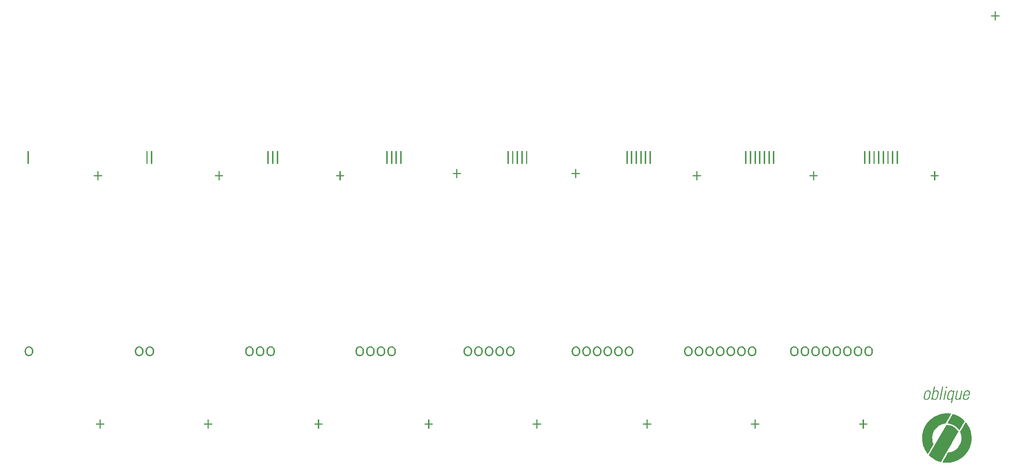
<source format=gto>
G04 #@! TF.GenerationSoftware,KiCad,Pcbnew,8.0.8-8.0.8-0~ubuntu24.04.1*
G04 #@! TF.CreationDate,2025-02-27T08:35:00-05:00*
G04 #@! TF.ProjectId,Oblique Pallette 5x Eurorack Faceplate,4f626c69-7175-4652-9050-616c6c657474,rev?*
G04 #@! TF.SameCoordinates,Original*
G04 #@! TF.FileFunction,Legend,Top*
G04 #@! TF.FilePolarity,Positive*
%FSLAX46Y46*%
G04 Gerber Fmt 4.6, Leading zero omitted, Abs format (unit mm)*
G04 Created by KiCad (PCBNEW 8.0.8-8.0.8-0~ubuntu24.04.1) date 2025-02-27 08:35:00*
%MOMM*%
%LPD*%
G01*
G04 APERTURE LIST*
%ADD10C,0.100000*%
%ADD11C,0.000000*%
G04 APERTURE END LIST*
D10*
G36*
X162045603Y-79305352D02*
G01*
X162045603Y-78406294D01*
X161230809Y-78406294D01*
X161230809Y-78137383D01*
X162045603Y-78137383D01*
X162045603Y-77242721D01*
X162326971Y-77242721D01*
X162326971Y-78137383D01*
X163138101Y-78137383D01*
X163138101Y-78406294D01*
X162326971Y-78406294D01*
X162326971Y-79305352D01*
X162045603Y-79305352D01*
G37*
G36*
X35886531Y-118275272D02*
G01*
X36035810Y-118309179D01*
X36174424Y-118365690D01*
X36246824Y-118406852D01*
X36366769Y-118496033D01*
X36471065Y-118602834D01*
X36559712Y-118727255D01*
X36602198Y-118803991D01*
X36664183Y-118953785D01*
X36702250Y-119099003D01*
X36724289Y-119255578D01*
X36730425Y-119401898D01*
X36724289Y-119548357D01*
X36702250Y-119705436D01*
X36664183Y-119851524D01*
X36602198Y-120002735D01*
X36522419Y-120137833D01*
X36427339Y-120254616D01*
X36316957Y-120353084D01*
X36249023Y-120399874D01*
X36117048Y-120467880D01*
X35973365Y-120513630D01*
X35817974Y-120537123D01*
X35726587Y-120540558D01*
X35568356Y-120529429D01*
X35420095Y-120496045D01*
X35281802Y-120440403D01*
X35209281Y-120399874D01*
X35089690Y-120311582D01*
X34985633Y-120204974D01*
X34897108Y-120080051D01*
X34854640Y-120002735D01*
X34793009Y-119851524D01*
X34755159Y-119705436D01*
X34733246Y-119548357D01*
X34727145Y-119401898D01*
X35054675Y-119401898D01*
X35062618Y-119558347D01*
X35089702Y-119715234D01*
X35136008Y-119856189D01*
X35207243Y-119988458D01*
X35306274Y-120104076D01*
X35369016Y-120154410D01*
X35501200Y-120222251D01*
X35651282Y-120255506D01*
X35726587Y-120259190D01*
X35875514Y-120244455D01*
X36018247Y-120195237D01*
X36087090Y-120154410D01*
X36198837Y-120054290D01*
X36287608Y-119925389D01*
X36320830Y-119856189D01*
X36367553Y-119715234D01*
X36394881Y-119558347D01*
X36402896Y-119401898D01*
X36394881Y-119245907D01*
X36367553Y-119089523D01*
X36320830Y-118949071D01*
X36249492Y-118816459D01*
X36150116Y-118700935D01*
X36087090Y-118650851D01*
X35954775Y-118582535D01*
X35803111Y-118549047D01*
X35726587Y-118545338D01*
X35579789Y-118560176D01*
X35437968Y-118609738D01*
X35369016Y-118650851D01*
X35257742Y-118750617D01*
X35169204Y-118879648D01*
X35136008Y-118949071D01*
X35089702Y-119089523D01*
X35062618Y-119245907D01*
X35054675Y-119401898D01*
X34727145Y-119401898D01*
X34735114Y-119235385D01*
X34759019Y-119080230D01*
X34798861Y-118936432D01*
X34854640Y-118803991D01*
X34934535Y-118669782D01*
X35029963Y-118553192D01*
X35140924Y-118454222D01*
X35209281Y-118406852D01*
X35342035Y-118337783D01*
X35484758Y-118291319D01*
X35637450Y-118267459D01*
X35726587Y-118263970D01*
X35886531Y-118275272D01*
G37*
G36*
X90873691Y-75990000D02*
G01*
X90873691Y-73079602D01*
X91201221Y-73079602D01*
X91201221Y-75990000D01*
X90873691Y-75990000D01*
G37*
G36*
X91946406Y-75990000D02*
G01*
X91946406Y-73079602D01*
X92273935Y-73079602D01*
X92273935Y-75990000D01*
X91946406Y-75990000D01*
G37*
G36*
X93019120Y-75990000D02*
G01*
X93019120Y-73079602D01*
X93346650Y-73079602D01*
X93346650Y-75990000D01*
X93019120Y-75990000D01*
G37*
G36*
X259045603Y-42805352D02*
G01*
X259045603Y-41906294D01*
X258230809Y-41906294D01*
X258230809Y-41637383D01*
X259045603Y-41637383D01*
X259045603Y-40742721D01*
X259326971Y-40742721D01*
X259326971Y-41637383D01*
X260138101Y-41637383D01*
X260138101Y-41906294D01*
X259326971Y-41906294D01*
X259326971Y-42805352D01*
X259045603Y-42805352D01*
G37*
G36*
X107545603Y-79805352D02*
G01*
X107545603Y-78906294D01*
X106730809Y-78906294D01*
X106730809Y-78637383D01*
X107545603Y-78637383D01*
X107545603Y-77742721D01*
X107826971Y-77742721D01*
X107826971Y-78637383D01*
X108638101Y-78637383D01*
X108638101Y-78906294D01*
X107826971Y-78906294D01*
X107826971Y-79805352D01*
X107545603Y-79805352D01*
G37*
G36*
X128045603Y-137305352D02*
G01*
X128045603Y-136406294D01*
X127230809Y-136406294D01*
X127230809Y-136137383D01*
X128045603Y-136137383D01*
X128045603Y-135242721D01*
X128326971Y-135242721D01*
X128326971Y-136137383D01*
X129138101Y-136137383D01*
X129138101Y-136406294D01*
X128326971Y-136406294D01*
X128326971Y-137305352D01*
X128045603Y-137305352D01*
G37*
G36*
X146373691Y-75990000D02*
G01*
X146373691Y-73079602D01*
X146701221Y-73079602D01*
X146701221Y-75990000D01*
X146373691Y-75990000D01*
G37*
G36*
X147446406Y-75990000D02*
G01*
X147446406Y-73079602D01*
X147773935Y-73079602D01*
X147773935Y-75990000D01*
X147446406Y-75990000D01*
G37*
G36*
X148519120Y-75990000D02*
G01*
X148519120Y-73079602D01*
X148846650Y-73079602D01*
X148846650Y-75990000D01*
X148519120Y-75990000D01*
G37*
G36*
X149591835Y-75990000D02*
G01*
X149591835Y-73079602D01*
X149919364Y-73079602D01*
X149919364Y-75990000D01*
X149591835Y-75990000D01*
G37*
G36*
X150664549Y-75990000D02*
G01*
X150664549Y-73079602D01*
X150992079Y-73079602D01*
X150992079Y-75990000D01*
X150664549Y-75990000D01*
G37*
G36*
X86886531Y-118275272D02*
G01*
X87035810Y-118309179D01*
X87174424Y-118365690D01*
X87246824Y-118406852D01*
X87366769Y-118496033D01*
X87471065Y-118602834D01*
X87559712Y-118727255D01*
X87602198Y-118803991D01*
X87664183Y-118953785D01*
X87702250Y-119099003D01*
X87724289Y-119255578D01*
X87730425Y-119401898D01*
X87724289Y-119548357D01*
X87702250Y-119705436D01*
X87664183Y-119851524D01*
X87602198Y-120002735D01*
X87522419Y-120137833D01*
X87427339Y-120254616D01*
X87316957Y-120353084D01*
X87249023Y-120399874D01*
X87117048Y-120467880D01*
X86973365Y-120513630D01*
X86817974Y-120537123D01*
X86726587Y-120540558D01*
X86568356Y-120529429D01*
X86420095Y-120496045D01*
X86281802Y-120440403D01*
X86209281Y-120399874D01*
X86089690Y-120311582D01*
X85985633Y-120204974D01*
X85897108Y-120080051D01*
X85854640Y-120002735D01*
X85793009Y-119851524D01*
X85755159Y-119705436D01*
X85733246Y-119548357D01*
X85727145Y-119401898D01*
X86054675Y-119401898D01*
X86062618Y-119558347D01*
X86089702Y-119715234D01*
X86136008Y-119856189D01*
X86207243Y-119988458D01*
X86306274Y-120104076D01*
X86369016Y-120154410D01*
X86501200Y-120222251D01*
X86651282Y-120255506D01*
X86726587Y-120259190D01*
X86875514Y-120244455D01*
X87018247Y-120195237D01*
X87087090Y-120154410D01*
X87198837Y-120054290D01*
X87287608Y-119925389D01*
X87320830Y-119856189D01*
X87367553Y-119715234D01*
X87394881Y-119558347D01*
X87402896Y-119401898D01*
X87394881Y-119245907D01*
X87367553Y-119089523D01*
X87320830Y-118949071D01*
X87249492Y-118816459D01*
X87150116Y-118700935D01*
X87087090Y-118650851D01*
X86954775Y-118582535D01*
X86803111Y-118549047D01*
X86726587Y-118545338D01*
X86579789Y-118560176D01*
X86437968Y-118609738D01*
X86369016Y-118650851D01*
X86257742Y-118750617D01*
X86169204Y-118879648D01*
X86136008Y-118949071D01*
X86089702Y-119089523D01*
X86062618Y-119245907D01*
X86054675Y-119401898D01*
X85727145Y-119401898D01*
X85735114Y-119235385D01*
X85759019Y-119080230D01*
X85798861Y-118936432D01*
X85854640Y-118803991D01*
X85934535Y-118669782D01*
X86029963Y-118553192D01*
X86140924Y-118454222D01*
X86209281Y-118406852D01*
X86342035Y-118337783D01*
X86484758Y-118291319D01*
X86637450Y-118267459D01*
X86726587Y-118263970D01*
X86886531Y-118275272D01*
G37*
G36*
X89342637Y-118275272D02*
G01*
X89491916Y-118309179D01*
X89630531Y-118365690D01*
X89702930Y-118406852D01*
X89822875Y-118496033D01*
X89927171Y-118602834D01*
X90015818Y-118727255D01*
X90058304Y-118803991D01*
X90120289Y-118953785D01*
X90158356Y-119099003D01*
X90180395Y-119255578D01*
X90186531Y-119401898D01*
X90180395Y-119548357D01*
X90158356Y-119705436D01*
X90120289Y-119851524D01*
X90058304Y-120002735D01*
X89978525Y-120137833D01*
X89883445Y-120254616D01*
X89773063Y-120353084D01*
X89705129Y-120399874D01*
X89573154Y-120467880D01*
X89429471Y-120513630D01*
X89274080Y-120537123D01*
X89182693Y-120540558D01*
X89024462Y-120529429D01*
X88876201Y-120496045D01*
X88737908Y-120440403D01*
X88665387Y-120399874D01*
X88545796Y-120311582D01*
X88441739Y-120204974D01*
X88353214Y-120080051D01*
X88310746Y-120002735D01*
X88249115Y-119851524D01*
X88211265Y-119705436D01*
X88189352Y-119548357D01*
X88183251Y-119401898D01*
X88510781Y-119401898D01*
X88518724Y-119558347D01*
X88545808Y-119715234D01*
X88592114Y-119856189D01*
X88663349Y-119988458D01*
X88762380Y-120104076D01*
X88825122Y-120154410D01*
X88957306Y-120222251D01*
X89107388Y-120255506D01*
X89182693Y-120259190D01*
X89331620Y-120244455D01*
X89474353Y-120195237D01*
X89543196Y-120154410D01*
X89654943Y-120054290D01*
X89743714Y-119925389D01*
X89776936Y-119856189D01*
X89823659Y-119715234D01*
X89850987Y-119558347D01*
X89859002Y-119401898D01*
X89850987Y-119245907D01*
X89823659Y-119089523D01*
X89776936Y-118949071D01*
X89705598Y-118816459D01*
X89606222Y-118700935D01*
X89543196Y-118650851D01*
X89410881Y-118582535D01*
X89259217Y-118549047D01*
X89182693Y-118545338D01*
X89035896Y-118560176D01*
X88894074Y-118609738D01*
X88825122Y-118650851D01*
X88713848Y-118750617D01*
X88625310Y-118879648D01*
X88592114Y-118949071D01*
X88545808Y-119089523D01*
X88518724Y-119245907D01*
X88510781Y-119401898D01*
X88183251Y-119401898D01*
X88191220Y-119235385D01*
X88215125Y-119080230D01*
X88254967Y-118936432D01*
X88310746Y-118803991D01*
X88390641Y-118669782D01*
X88486069Y-118553192D01*
X88597030Y-118454222D01*
X88665387Y-118406852D01*
X88798141Y-118337783D01*
X88940864Y-118291319D01*
X89093556Y-118267459D01*
X89182693Y-118263970D01*
X89342637Y-118275272D01*
G37*
G36*
X91798743Y-118275272D02*
G01*
X91948022Y-118309179D01*
X92086637Y-118365690D01*
X92159036Y-118406852D01*
X92278981Y-118496033D01*
X92383277Y-118602834D01*
X92471924Y-118727255D01*
X92514410Y-118803991D01*
X92576395Y-118953785D01*
X92614462Y-119099003D01*
X92636501Y-119255578D01*
X92642637Y-119401898D01*
X92636501Y-119548357D01*
X92614462Y-119705436D01*
X92576395Y-119851524D01*
X92514410Y-120002735D01*
X92434631Y-120137833D01*
X92339551Y-120254616D01*
X92229169Y-120353084D01*
X92161235Y-120399874D01*
X92029260Y-120467880D01*
X91885577Y-120513630D01*
X91730186Y-120537123D01*
X91638799Y-120540558D01*
X91480568Y-120529429D01*
X91332307Y-120496045D01*
X91194014Y-120440403D01*
X91121493Y-120399874D01*
X91001902Y-120311582D01*
X90897845Y-120204974D01*
X90809320Y-120080051D01*
X90766852Y-120002735D01*
X90705221Y-119851524D01*
X90667371Y-119705436D01*
X90645458Y-119548357D01*
X90639357Y-119401898D01*
X90966887Y-119401898D01*
X90974830Y-119558347D01*
X91001914Y-119715234D01*
X91048220Y-119856189D01*
X91119455Y-119988458D01*
X91218486Y-120104076D01*
X91281228Y-120154410D01*
X91413412Y-120222251D01*
X91563494Y-120255506D01*
X91638799Y-120259190D01*
X91787726Y-120244455D01*
X91930460Y-120195237D01*
X91999302Y-120154410D01*
X92111049Y-120054290D01*
X92199820Y-119925389D01*
X92233042Y-119856189D01*
X92279765Y-119715234D01*
X92307093Y-119558347D01*
X92315108Y-119401898D01*
X92307093Y-119245907D01*
X92279765Y-119089523D01*
X92233042Y-118949071D01*
X92161704Y-118816459D01*
X92062328Y-118700935D01*
X91999302Y-118650851D01*
X91866987Y-118582535D01*
X91715324Y-118549047D01*
X91638799Y-118545338D01*
X91492002Y-118560176D01*
X91350180Y-118609738D01*
X91281228Y-118650851D01*
X91169955Y-118750617D01*
X91081416Y-118879648D01*
X91048220Y-118949071D01*
X91001914Y-119089523D01*
X90974830Y-119245907D01*
X90966887Y-119401898D01*
X90639357Y-119401898D01*
X90647326Y-119235385D01*
X90671231Y-119080230D01*
X90711073Y-118936432D01*
X90766852Y-118803991D01*
X90846747Y-118669782D01*
X90942175Y-118553192D01*
X91053136Y-118454222D01*
X91121493Y-118406852D01*
X91254247Y-118337783D01*
X91396970Y-118291319D01*
X91549663Y-118267459D01*
X91638799Y-118263970D01*
X91798743Y-118275272D01*
G37*
G36*
X245045603Y-79805352D02*
G01*
X245045603Y-78906294D01*
X244230809Y-78906294D01*
X244230809Y-78637383D01*
X245045603Y-78637383D01*
X245045603Y-77742721D01*
X245326971Y-77742721D01*
X245326971Y-78637383D01*
X246138101Y-78637383D01*
X246138101Y-78906294D01*
X245326971Y-78906294D01*
X245326971Y-79805352D01*
X245045603Y-79805352D01*
G37*
G36*
X137386531Y-118275272D02*
G01*
X137535810Y-118309179D01*
X137674424Y-118365690D01*
X137746824Y-118406852D01*
X137866769Y-118496033D01*
X137971065Y-118602834D01*
X138059712Y-118727255D01*
X138102198Y-118803991D01*
X138164183Y-118953785D01*
X138202250Y-119099003D01*
X138224289Y-119255578D01*
X138230425Y-119401898D01*
X138224289Y-119548357D01*
X138202250Y-119705436D01*
X138164183Y-119851524D01*
X138102198Y-120002735D01*
X138022419Y-120137833D01*
X137927339Y-120254616D01*
X137816957Y-120353084D01*
X137749023Y-120399874D01*
X137617048Y-120467880D01*
X137473365Y-120513630D01*
X137317974Y-120537123D01*
X137226587Y-120540558D01*
X137068356Y-120529429D01*
X136920095Y-120496045D01*
X136781802Y-120440403D01*
X136709281Y-120399874D01*
X136589690Y-120311582D01*
X136485633Y-120204974D01*
X136397108Y-120080051D01*
X136354640Y-120002735D01*
X136293009Y-119851524D01*
X136255159Y-119705436D01*
X136233246Y-119548357D01*
X136227145Y-119401898D01*
X136554675Y-119401898D01*
X136562618Y-119558347D01*
X136589702Y-119715234D01*
X136636008Y-119856189D01*
X136707243Y-119988458D01*
X136806274Y-120104076D01*
X136869016Y-120154410D01*
X137001200Y-120222251D01*
X137151282Y-120255506D01*
X137226587Y-120259190D01*
X137375514Y-120244455D01*
X137518247Y-120195237D01*
X137587090Y-120154410D01*
X137698837Y-120054290D01*
X137787608Y-119925389D01*
X137820830Y-119856189D01*
X137867553Y-119715234D01*
X137894881Y-119558347D01*
X137902896Y-119401898D01*
X137894881Y-119245907D01*
X137867553Y-119089523D01*
X137820830Y-118949071D01*
X137749492Y-118816459D01*
X137650116Y-118700935D01*
X137587090Y-118650851D01*
X137454775Y-118582535D01*
X137303111Y-118549047D01*
X137226587Y-118545338D01*
X137079789Y-118560176D01*
X136937968Y-118609738D01*
X136869016Y-118650851D01*
X136757742Y-118750617D01*
X136669204Y-118879648D01*
X136636008Y-118949071D01*
X136589702Y-119089523D01*
X136562618Y-119245907D01*
X136554675Y-119401898D01*
X136227145Y-119401898D01*
X136235114Y-119235385D01*
X136259019Y-119080230D01*
X136298861Y-118936432D01*
X136354640Y-118803991D01*
X136434535Y-118669782D01*
X136529963Y-118553192D01*
X136640924Y-118454222D01*
X136709281Y-118406852D01*
X136842035Y-118337783D01*
X136984758Y-118291319D01*
X137137450Y-118267459D01*
X137226587Y-118263970D01*
X137386531Y-118275272D01*
G37*
G36*
X139842637Y-118275272D02*
G01*
X139991916Y-118309179D01*
X140130531Y-118365690D01*
X140202930Y-118406852D01*
X140322875Y-118496033D01*
X140427171Y-118602834D01*
X140515818Y-118727255D01*
X140558304Y-118803991D01*
X140620289Y-118953785D01*
X140658356Y-119099003D01*
X140680395Y-119255578D01*
X140686531Y-119401898D01*
X140680395Y-119548357D01*
X140658356Y-119705436D01*
X140620289Y-119851524D01*
X140558304Y-120002735D01*
X140478525Y-120137833D01*
X140383445Y-120254616D01*
X140273063Y-120353084D01*
X140205129Y-120399874D01*
X140073154Y-120467880D01*
X139929471Y-120513630D01*
X139774080Y-120537123D01*
X139682693Y-120540558D01*
X139524462Y-120529429D01*
X139376201Y-120496045D01*
X139237908Y-120440403D01*
X139165387Y-120399874D01*
X139045796Y-120311582D01*
X138941739Y-120204974D01*
X138853214Y-120080051D01*
X138810746Y-120002735D01*
X138749115Y-119851524D01*
X138711265Y-119705436D01*
X138689352Y-119548357D01*
X138683251Y-119401898D01*
X139010781Y-119401898D01*
X139018724Y-119558347D01*
X139045808Y-119715234D01*
X139092114Y-119856189D01*
X139163349Y-119988458D01*
X139262380Y-120104076D01*
X139325122Y-120154410D01*
X139457306Y-120222251D01*
X139607388Y-120255506D01*
X139682693Y-120259190D01*
X139831620Y-120244455D01*
X139974353Y-120195237D01*
X140043196Y-120154410D01*
X140154943Y-120054290D01*
X140243714Y-119925389D01*
X140276936Y-119856189D01*
X140323659Y-119715234D01*
X140350987Y-119558347D01*
X140359002Y-119401898D01*
X140350987Y-119245907D01*
X140323659Y-119089523D01*
X140276936Y-118949071D01*
X140205598Y-118816459D01*
X140106222Y-118700935D01*
X140043196Y-118650851D01*
X139910881Y-118582535D01*
X139759217Y-118549047D01*
X139682693Y-118545338D01*
X139535896Y-118560176D01*
X139394074Y-118609738D01*
X139325122Y-118650851D01*
X139213848Y-118750617D01*
X139125310Y-118879648D01*
X139092114Y-118949071D01*
X139045808Y-119089523D01*
X139018724Y-119245907D01*
X139010781Y-119401898D01*
X138683251Y-119401898D01*
X138691220Y-119235385D01*
X138715125Y-119080230D01*
X138754967Y-118936432D01*
X138810746Y-118803991D01*
X138890641Y-118669782D01*
X138986069Y-118553192D01*
X139097030Y-118454222D01*
X139165387Y-118406852D01*
X139298141Y-118337783D01*
X139440864Y-118291319D01*
X139593556Y-118267459D01*
X139682693Y-118263970D01*
X139842637Y-118275272D01*
G37*
G36*
X142298743Y-118275272D02*
G01*
X142448022Y-118309179D01*
X142586637Y-118365690D01*
X142659036Y-118406852D01*
X142778981Y-118496033D01*
X142883277Y-118602834D01*
X142971924Y-118727255D01*
X143014410Y-118803991D01*
X143076395Y-118953785D01*
X143114462Y-119099003D01*
X143136501Y-119255578D01*
X143142637Y-119401898D01*
X143136501Y-119548357D01*
X143114462Y-119705436D01*
X143076395Y-119851524D01*
X143014410Y-120002735D01*
X142934631Y-120137833D01*
X142839551Y-120254616D01*
X142729169Y-120353084D01*
X142661235Y-120399874D01*
X142529260Y-120467880D01*
X142385577Y-120513630D01*
X142230186Y-120537123D01*
X142138799Y-120540558D01*
X141980568Y-120529429D01*
X141832307Y-120496045D01*
X141694014Y-120440403D01*
X141621493Y-120399874D01*
X141501902Y-120311582D01*
X141397845Y-120204974D01*
X141309320Y-120080051D01*
X141266852Y-120002735D01*
X141205221Y-119851524D01*
X141167371Y-119705436D01*
X141145458Y-119548357D01*
X141139357Y-119401898D01*
X141466887Y-119401898D01*
X141474830Y-119558347D01*
X141501914Y-119715234D01*
X141548220Y-119856189D01*
X141619455Y-119988458D01*
X141718486Y-120104076D01*
X141781228Y-120154410D01*
X141913412Y-120222251D01*
X142063494Y-120255506D01*
X142138799Y-120259190D01*
X142287726Y-120244455D01*
X142430460Y-120195237D01*
X142499302Y-120154410D01*
X142611049Y-120054290D01*
X142699820Y-119925389D01*
X142733042Y-119856189D01*
X142779765Y-119715234D01*
X142807093Y-119558347D01*
X142815108Y-119401898D01*
X142807093Y-119245907D01*
X142779765Y-119089523D01*
X142733042Y-118949071D01*
X142661704Y-118816459D01*
X142562328Y-118700935D01*
X142499302Y-118650851D01*
X142366987Y-118582535D01*
X142215324Y-118549047D01*
X142138799Y-118545338D01*
X141992002Y-118560176D01*
X141850180Y-118609738D01*
X141781228Y-118650851D01*
X141669955Y-118750617D01*
X141581416Y-118879648D01*
X141548220Y-118949071D01*
X141501914Y-119089523D01*
X141474830Y-119245907D01*
X141466887Y-119401898D01*
X141139357Y-119401898D01*
X141147326Y-119235385D01*
X141171231Y-119080230D01*
X141211073Y-118936432D01*
X141266852Y-118803991D01*
X141346747Y-118669782D01*
X141442175Y-118553192D01*
X141553136Y-118454222D01*
X141621493Y-118406852D01*
X141754247Y-118337783D01*
X141896970Y-118291319D01*
X142049663Y-118267459D01*
X142138799Y-118263970D01*
X142298743Y-118275272D01*
G37*
G36*
X144754849Y-118275272D02*
G01*
X144904128Y-118309179D01*
X145042743Y-118365690D01*
X145115143Y-118406852D01*
X145235087Y-118496033D01*
X145339383Y-118602834D01*
X145428030Y-118727255D01*
X145470516Y-118803991D01*
X145532501Y-118953785D01*
X145570568Y-119099003D01*
X145592608Y-119255578D01*
X145598743Y-119401898D01*
X145592608Y-119548357D01*
X145570568Y-119705436D01*
X145532501Y-119851524D01*
X145470516Y-120002735D01*
X145390737Y-120137833D01*
X145295657Y-120254616D01*
X145185276Y-120353084D01*
X145117341Y-120399874D01*
X144985366Y-120467880D01*
X144841683Y-120513630D01*
X144686292Y-120537123D01*
X144594905Y-120540558D01*
X144436675Y-120529429D01*
X144288413Y-120496045D01*
X144150120Y-120440403D01*
X144077599Y-120399874D01*
X143958008Y-120311582D01*
X143853951Y-120204974D01*
X143765427Y-120080051D01*
X143722958Y-120002735D01*
X143661328Y-119851524D01*
X143623478Y-119705436D01*
X143601564Y-119548357D01*
X143595464Y-119401898D01*
X143922993Y-119401898D01*
X143930936Y-119558347D01*
X143958020Y-119715234D01*
X144004326Y-119856189D01*
X144075561Y-119988458D01*
X144174592Y-120104076D01*
X144237334Y-120154410D01*
X144369518Y-120222251D01*
X144519600Y-120255506D01*
X144594905Y-120259190D01*
X144743832Y-120244455D01*
X144886566Y-120195237D01*
X144955408Y-120154410D01*
X145067155Y-120054290D01*
X145155926Y-119925389D01*
X145189148Y-119856189D01*
X145235871Y-119715234D01*
X145263200Y-119558347D01*
X145271214Y-119401898D01*
X145263200Y-119245907D01*
X145235871Y-119089523D01*
X145189148Y-118949071D01*
X145117810Y-118816459D01*
X145018435Y-118700935D01*
X144955408Y-118650851D01*
X144823093Y-118582535D01*
X144671430Y-118549047D01*
X144594905Y-118545338D01*
X144448108Y-118560176D01*
X144306286Y-118609738D01*
X144237334Y-118650851D01*
X144126061Y-118750617D01*
X144037522Y-118879648D01*
X144004326Y-118949071D01*
X143958020Y-119089523D01*
X143930936Y-119245907D01*
X143922993Y-119401898D01*
X143595464Y-119401898D01*
X143603432Y-119235385D01*
X143627337Y-119080230D01*
X143667179Y-118936432D01*
X143722958Y-118803991D01*
X143802853Y-118669782D01*
X143898281Y-118553192D01*
X144009242Y-118454222D01*
X144077599Y-118406852D01*
X144210353Y-118337783D01*
X144353076Y-118291319D01*
X144505769Y-118267459D01*
X144594905Y-118263970D01*
X144754849Y-118275272D01*
G37*
G36*
X147210955Y-118275272D02*
G01*
X147360234Y-118309179D01*
X147498849Y-118365690D01*
X147571249Y-118406852D01*
X147691194Y-118496033D01*
X147795489Y-118602834D01*
X147884136Y-118727255D01*
X147926622Y-118803991D01*
X147988607Y-118953785D01*
X148026674Y-119099003D01*
X148048714Y-119255578D01*
X148054849Y-119401898D01*
X148048714Y-119548357D01*
X148026674Y-119705436D01*
X147988607Y-119851524D01*
X147926622Y-120002735D01*
X147846843Y-120137833D01*
X147751763Y-120254616D01*
X147641382Y-120353084D01*
X147573447Y-120399874D01*
X147441472Y-120467880D01*
X147297789Y-120513630D01*
X147142398Y-120537123D01*
X147051011Y-120540558D01*
X146892781Y-120529429D01*
X146744519Y-120496045D01*
X146606227Y-120440403D01*
X146533705Y-120399874D01*
X146414114Y-120311582D01*
X146310057Y-120204974D01*
X146221533Y-120080051D01*
X146179064Y-120002735D01*
X146117434Y-119851524D01*
X146079584Y-119705436D01*
X146057670Y-119548357D01*
X146051570Y-119401898D01*
X146379099Y-119401898D01*
X146387042Y-119558347D01*
X146414126Y-119715234D01*
X146460432Y-119856189D01*
X146531667Y-119988458D01*
X146630699Y-120104076D01*
X146693440Y-120154410D01*
X146825624Y-120222251D01*
X146975706Y-120255506D01*
X147051011Y-120259190D01*
X147199938Y-120244455D01*
X147342672Y-120195237D01*
X147411514Y-120154410D01*
X147523261Y-120054290D01*
X147612032Y-119925389D01*
X147645254Y-119856189D01*
X147691977Y-119715234D01*
X147719306Y-119558347D01*
X147727320Y-119401898D01*
X147719306Y-119245907D01*
X147691977Y-119089523D01*
X147645254Y-118949071D01*
X147573916Y-118816459D01*
X147474541Y-118700935D01*
X147411514Y-118650851D01*
X147279199Y-118582535D01*
X147127536Y-118549047D01*
X147051011Y-118545338D01*
X146904214Y-118560176D01*
X146762392Y-118609738D01*
X146693440Y-118650851D01*
X146582167Y-118750617D01*
X146493628Y-118879648D01*
X146460432Y-118949071D01*
X146414126Y-119089523D01*
X146387042Y-119245907D01*
X146379099Y-119401898D01*
X146051570Y-119401898D01*
X146059538Y-119235385D01*
X146083443Y-119080230D01*
X146123285Y-118936432D01*
X146179064Y-118803991D01*
X146258959Y-118669782D01*
X146354387Y-118553192D01*
X146465348Y-118454222D01*
X146533705Y-118406852D01*
X146666459Y-118337783D01*
X146809182Y-118291319D01*
X146961875Y-118267459D01*
X147051011Y-118263970D01*
X147210955Y-118275272D01*
G37*
G36*
X228545603Y-137305352D02*
G01*
X228545603Y-136406294D01*
X227730809Y-136406294D01*
X227730809Y-136137383D01*
X228545603Y-136137383D01*
X228545603Y-135242721D01*
X228826971Y-135242721D01*
X228826971Y-136137383D01*
X229638101Y-136137383D01*
X229638101Y-136406294D01*
X228826971Y-136406294D01*
X228826971Y-137305352D01*
X228545603Y-137305352D01*
G37*
G36*
X178545603Y-137305352D02*
G01*
X178545603Y-136406294D01*
X177730809Y-136406294D01*
X177730809Y-136137383D01*
X178545603Y-136137383D01*
X178545603Y-135242721D01*
X178826971Y-135242721D01*
X178826971Y-136137383D01*
X179638101Y-136137383D01*
X179638101Y-136406294D01*
X178826971Y-136406294D01*
X178826971Y-137305352D01*
X178545603Y-137305352D01*
G37*
G36*
X217045603Y-79805352D02*
G01*
X217045603Y-78906294D01*
X216230809Y-78906294D01*
X216230809Y-78637383D01*
X217045603Y-78637383D01*
X217045603Y-77742721D01*
X217326971Y-77742721D01*
X217326971Y-78637383D01*
X218138101Y-78637383D01*
X218138101Y-78906294D01*
X217326971Y-78906294D01*
X217326971Y-79805352D01*
X217045603Y-79805352D01*
G37*
G36*
X77045603Y-137305352D02*
G01*
X77045603Y-136406294D01*
X76230809Y-136406294D01*
X76230809Y-136137383D01*
X77045603Y-136137383D01*
X77045603Y-135242721D01*
X77326971Y-135242721D01*
X77326971Y-136137383D01*
X78138101Y-136137383D01*
X78138101Y-136406294D01*
X77326971Y-136406294D01*
X77326971Y-137305352D01*
X77045603Y-137305352D01*
G37*
G36*
X79545603Y-79805352D02*
G01*
X79545603Y-78906294D01*
X78730809Y-78906294D01*
X78730809Y-78637383D01*
X79545603Y-78637383D01*
X79545603Y-77742721D01*
X79826971Y-77742721D01*
X79826971Y-78637383D01*
X80638101Y-78637383D01*
X80638101Y-78906294D01*
X79826971Y-78906294D01*
X79826971Y-79805352D01*
X79545603Y-79805352D01*
G37*
G36*
X201373691Y-75990000D02*
G01*
X201373691Y-73079602D01*
X201701221Y-73079602D01*
X201701221Y-75990000D01*
X201373691Y-75990000D01*
G37*
G36*
X202446406Y-75990000D02*
G01*
X202446406Y-73079602D01*
X202773935Y-73079602D01*
X202773935Y-75990000D01*
X202446406Y-75990000D01*
G37*
G36*
X203519120Y-75990000D02*
G01*
X203519120Y-73079602D01*
X203846650Y-73079602D01*
X203846650Y-75990000D01*
X203519120Y-75990000D01*
G37*
G36*
X204591835Y-75990000D02*
G01*
X204591835Y-73079602D01*
X204919364Y-73079602D01*
X204919364Y-75990000D01*
X204591835Y-75990000D01*
G37*
G36*
X205664549Y-75990000D02*
G01*
X205664549Y-73079602D01*
X205992079Y-73079602D01*
X205992079Y-75990000D01*
X205664549Y-75990000D01*
G37*
G36*
X206737264Y-75990000D02*
G01*
X206737264Y-73079602D01*
X207064794Y-73079602D01*
X207064794Y-75990000D01*
X206737264Y-75990000D01*
G37*
G36*
X207809979Y-75990000D02*
G01*
X207809979Y-73079602D01*
X208137508Y-73079602D01*
X208137508Y-75990000D01*
X207809979Y-75990000D01*
G37*
G36*
X35373691Y-75990000D02*
G01*
X35373691Y-73079602D01*
X35701221Y-73079602D01*
X35701221Y-75990000D01*
X35373691Y-75990000D01*
G37*
G36*
X188386531Y-118275272D02*
G01*
X188535810Y-118309179D01*
X188674424Y-118365690D01*
X188746824Y-118406852D01*
X188866769Y-118496033D01*
X188971065Y-118602834D01*
X189059712Y-118727255D01*
X189102198Y-118803991D01*
X189164183Y-118953785D01*
X189202250Y-119099003D01*
X189224289Y-119255578D01*
X189230425Y-119401898D01*
X189224289Y-119548357D01*
X189202250Y-119705436D01*
X189164183Y-119851524D01*
X189102198Y-120002735D01*
X189022419Y-120137833D01*
X188927339Y-120254616D01*
X188816957Y-120353084D01*
X188749023Y-120399874D01*
X188617048Y-120467880D01*
X188473365Y-120513630D01*
X188317974Y-120537123D01*
X188226587Y-120540558D01*
X188068356Y-120529429D01*
X187920095Y-120496045D01*
X187781802Y-120440403D01*
X187709281Y-120399874D01*
X187589690Y-120311582D01*
X187485633Y-120204974D01*
X187397108Y-120080051D01*
X187354640Y-120002735D01*
X187293009Y-119851524D01*
X187255159Y-119705436D01*
X187233246Y-119548357D01*
X187227145Y-119401898D01*
X187554675Y-119401898D01*
X187562618Y-119558347D01*
X187589702Y-119715234D01*
X187636008Y-119856189D01*
X187707243Y-119988458D01*
X187806274Y-120104076D01*
X187869016Y-120154410D01*
X188001200Y-120222251D01*
X188151282Y-120255506D01*
X188226587Y-120259190D01*
X188375514Y-120244455D01*
X188518247Y-120195237D01*
X188587090Y-120154410D01*
X188698837Y-120054290D01*
X188787608Y-119925389D01*
X188820830Y-119856189D01*
X188867553Y-119715234D01*
X188894881Y-119558347D01*
X188902896Y-119401898D01*
X188894881Y-119245907D01*
X188867553Y-119089523D01*
X188820830Y-118949071D01*
X188749492Y-118816459D01*
X188650116Y-118700935D01*
X188587090Y-118650851D01*
X188454775Y-118582535D01*
X188303111Y-118549047D01*
X188226587Y-118545338D01*
X188079789Y-118560176D01*
X187937968Y-118609738D01*
X187869016Y-118650851D01*
X187757742Y-118750617D01*
X187669204Y-118879648D01*
X187636008Y-118949071D01*
X187589702Y-119089523D01*
X187562618Y-119245907D01*
X187554675Y-119401898D01*
X187227145Y-119401898D01*
X187235114Y-119235385D01*
X187259019Y-119080230D01*
X187298861Y-118936432D01*
X187354640Y-118803991D01*
X187434535Y-118669782D01*
X187529963Y-118553192D01*
X187640924Y-118454222D01*
X187709281Y-118406852D01*
X187842035Y-118337783D01*
X187984758Y-118291319D01*
X188137450Y-118267459D01*
X188226587Y-118263970D01*
X188386531Y-118275272D01*
G37*
G36*
X190842637Y-118275272D02*
G01*
X190991916Y-118309179D01*
X191130531Y-118365690D01*
X191202930Y-118406852D01*
X191322875Y-118496033D01*
X191427171Y-118602834D01*
X191515818Y-118727255D01*
X191558304Y-118803991D01*
X191620289Y-118953785D01*
X191658356Y-119099003D01*
X191680395Y-119255578D01*
X191686531Y-119401898D01*
X191680395Y-119548357D01*
X191658356Y-119705436D01*
X191620289Y-119851524D01*
X191558304Y-120002735D01*
X191478525Y-120137833D01*
X191383445Y-120254616D01*
X191273063Y-120353084D01*
X191205129Y-120399874D01*
X191073154Y-120467880D01*
X190929471Y-120513630D01*
X190774080Y-120537123D01*
X190682693Y-120540558D01*
X190524462Y-120529429D01*
X190376201Y-120496045D01*
X190237908Y-120440403D01*
X190165387Y-120399874D01*
X190045796Y-120311582D01*
X189941739Y-120204974D01*
X189853214Y-120080051D01*
X189810746Y-120002735D01*
X189749115Y-119851524D01*
X189711265Y-119705436D01*
X189689352Y-119548357D01*
X189683251Y-119401898D01*
X190010781Y-119401898D01*
X190018724Y-119558347D01*
X190045808Y-119715234D01*
X190092114Y-119856189D01*
X190163349Y-119988458D01*
X190262380Y-120104076D01*
X190325122Y-120154410D01*
X190457306Y-120222251D01*
X190607388Y-120255506D01*
X190682693Y-120259190D01*
X190831620Y-120244455D01*
X190974353Y-120195237D01*
X191043196Y-120154410D01*
X191154943Y-120054290D01*
X191243714Y-119925389D01*
X191276936Y-119856189D01*
X191323659Y-119715234D01*
X191350987Y-119558347D01*
X191359002Y-119401898D01*
X191350987Y-119245907D01*
X191323659Y-119089523D01*
X191276936Y-118949071D01*
X191205598Y-118816459D01*
X191106222Y-118700935D01*
X191043196Y-118650851D01*
X190910881Y-118582535D01*
X190759217Y-118549047D01*
X190682693Y-118545338D01*
X190535896Y-118560176D01*
X190394074Y-118609738D01*
X190325122Y-118650851D01*
X190213848Y-118750617D01*
X190125310Y-118879648D01*
X190092114Y-118949071D01*
X190045808Y-119089523D01*
X190018724Y-119245907D01*
X190010781Y-119401898D01*
X189683251Y-119401898D01*
X189691220Y-119235385D01*
X189715125Y-119080230D01*
X189754967Y-118936432D01*
X189810746Y-118803991D01*
X189890641Y-118669782D01*
X189986069Y-118553192D01*
X190097030Y-118454222D01*
X190165387Y-118406852D01*
X190298141Y-118337783D01*
X190440864Y-118291319D01*
X190593556Y-118267459D01*
X190682693Y-118263970D01*
X190842637Y-118275272D01*
G37*
G36*
X193298743Y-118275272D02*
G01*
X193448022Y-118309179D01*
X193586637Y-118365690D01*
X193659036Y-118406852D01*
X193778981Y-118496033D01*
X193883277Y-118602834D01*
X193971924Y-118727255D01*
X194014410Y-118803991D01*
X194076395Y-118953785D01*
X194114462Y-119099003D01*
X194136501Y-119255578D01*
X194142637Y-119401898D01*
X194136501Y-119548357D01*
X194114462Y-119705436D01*
X194076395Y-119851524D01*
X194014410Y-120002735D01*
X193934631Y-120137833D01*
X193839551Y-120254616D01*
X193729169Y-120353084D01*
X193661235Y-120399874D01*
X193529260Y-120467880D01*
X193385577Y-120513630D01*
X193230186Y-120537123D01*
X193138799Y-120540558D01*
X192980568Y-120529429D01*
X192832307Y-120496045D01*
X192694014Y-120440403D01*
X192621493Y-120399874D01*
X192501902Y-120311582D01*
X192397845Y-120204974D01*
X192309320Y-120080051D01*
X192266852Y-120002735D01*
X192205221Y-119851524D01*
X192167371Y-119705436D01*
X192145458Y-119548357D01*
X192139357Y-119401898D01*
X192466887Y-119401898D01*
X192474830Y-119558347D01*
X192501914Y-119715234D01*
X192548220Y-119856189D01*
X192619455Y-119988458D01*
X192718486Y-120104076D01*
X192781228Y-120154410D01*
X192913412Y-120222251D01*
X193063494Y-120255506D01*
X193138799Y-120259190D01*
X193287726Y-120244455D01*
X193430460Y-120195237D01*
X193499302Y-120154410D01*
X193611049Y-120054290D01*
X193699820Y-119925389D01*
X193733042Y-119856189D01*
X193779765Y-119715234D01*
X193807093Y-119558347D01*
X193815108Y-119401898D01*
X193807093Y-119245907D01*
X193779765Y-119089523D01*
X193733042Y-118949071D01*
X193661704Y-118816459D01*
X193562328Y-118700935D01*
X193499302Y-118650851D01*
X193366987Y-118582535D01*
X193215324Y-118549047D01*
X193138799Y-118545338D01*
X192992002Y-118560176D01*
X192850180Y-118609738D01*
X192781228Y-118650851D01*
X192669955Y-118750617D01*
X192581416Y-118879648D01*
X192548220Y-118949071D01*
X192501914Y-119089523D01*
X192474830Y-119245907D01*
X192466887Y-119401898D01*
X192139357Y-119401898D01*
X192147326Y-119235385D01*
X192171231Y-119080230D01*
X192211073Y-118936432D01*
X192266852Y-118803991D01*
X192346747Y-118669782D01*
X192442175Y-118553192D01*
X192553136Y-118454222D01*
X192621493Y-118406852D01*
X192754247Y-118337783D01*
X192896970Y-118291319D01*
X193049663Y-118267459D01*
X193138799Y-118263970D01*
X193298743Y-118275272D01*
G37*
G36*
X195754849Y-118275272D02*
G01*
X195904128Y-118309179D01*
X196042743Y-118365690D01*
X196115143Y-118406852D01*
X196235087Y-118496033D01*
X196339383Y-118602834D01*
X196428030Y-118727255D01*
X196470516Y-118803991D01*
X196532501Y-118953785D01*
X196570568Y-119099003D01*
X196592608Y-119255578D01*
X196598743Y-119401898D01*
X196592608Y-119548357D01*
X196570568Y-119705436D01*
X196532501Y-119851524D01*
X196470516Y-120002735D01*
X196390737Y-120137833D01*
X196295657Y-120254616D01*
X196185276Y-120353084D01*
X196117341Y-120399874D01*
X195985366Y-120467880D01*
X195841683Y-120513630D01*
X195686292Y-120537123D01*
X195594905Y-120540558D01*
X195436675Y-120529429D01*
X195288413Y-120496045D01*
X195150120Y-120440403D01*
X195077599Y-120399874D01*
X194958008Y-120311582D01*
X194853951Y-120204974D01*
X194765427Y-120080051D01*
X194722958Y-120002735D01*
X194661328Y-119851524D01*
X194623478Y-119705436D01*
X194601564Y-119548357D01*
X194595464Y-119401898D01*
X194922993Y-119401898D01*
X194930936Y-119558347D01*
X194958020Y-119715234D01*
X195004326Y-119856189D01*
X195075561Y-119988458D01*
X195174592Y-120104076D01*
X195237334Y-120154410D01*
X195369518Y-120222251D01*
X195519600Y-120255506D01*
X195594905Y-120259190D01*
X195743832Y-120244455D01*
X195886566Y-120195237D01*
X195955408Y-120154410D01*
X196067155Y-120054290D01*
X196155926Y-119925389D01*
X196189148Y-119856189D01*
X196235871Y-119715234D01*
X196263200Y-119558347D01*
X196271214Y-119401898D01*
X196263200Y-119245907D01*
X196235871Y-119089523D01*
X196189148Y-118949071D01*
X196117810Y-118816459D01*
X196018435Y-118700935D01*
X195955408Y-118650851D01*
X195823093Y-118582535D01*
X195671430Y-118549047D01*
X195594905Y-118545338D01*
X195448108Y-118560176D01*
X195306286Y-118609738D01*
X195237334Y-118650851D01*
X195126061Y-118750617D01*
X195037522Y-118879648D01*
X195004326Y-118949071D01*
X194958020Y-119089523D01*
X194930936Y-119245907D01*
X194922993Y-119401898D01*
X194595464Y-119401898D01*
X194603432Y-119235385D01*
X194627337Y-119080230D01*
X194667179Y-118936432D01*
X194722958Y-118803991D01*
X194802853Y-118669782D01*
X194898281Y-118553192D01*
X195009242Y-118454222D01*
X195077599Y-118406852D01*
X195210353Y-118337783D01*
X195353076Y-118291319D01*
X195505769Y-118267459D01*
X195594905Y-118263970D01*
X195754849Y-118275272D01*
G37*
G36*
X198210955Y-118275272D02*
G01*
X198360234Y-118309179D01*
X198498849Y-118365690D01*
X198571249Y-118406852D01*
X198691194Y-118496033D01*
X198795489Y-118602834D01*
X198884136Y-118727255D01*
X198926622Y-118803991D01*
X198988607Y-118953785D01*
X199026674Y-119099003D01*
X199048714Y-119255578D01*
X199054849Y-119401898D01*
X199048714Y-119548357D01*
X199026674Y-119705436D01*
X198988607Y-119851524D01*
X198926622Y-120002735D01*
X198846843Y-120137833D01*
X198751763Y-120254616D01*
X198641382Y-120353084D01*
X198573447Y-120399874D01*
X198441472Y-120467880D01*
X198297789Y-120513630D01*
X198142398Y-120537123D01*
X198051011Y-120540558D01*
X197892781Y-120529429D01*
X197744519Y-120496045D01*
X197606227Y-120440403D01*
X197533705Y-120399874D01*
X197414114Y-120311582D01*
X197310057Y-120204974D01*
X197221533Y-120080051D01*
X197179064Y-120002735D01*
X197117434Y-119851524D01*
X197079584Y-119705436D01*
X197057670Y-119548357D01*
X197051570Y-119401898D01*
X197379099Y-119401898D01*
X197387042Y-119558347D01*
X197414126Y-119715234D01*
X197460432Y-119856189D01*
X197531667Y-119988458D01*
X197630699Y-120104076D01*
X197693440Y-120154410D01*
X197825624Y-120222251D01*
X197975706Y-120255506D01*
X198051011Y-120259190D01*
X198199938Y-120244455D01*
X198342672Y-120195237D01*
X198411514Y-120154410D01*
X198523261Y-120054290D01*
X198612032Y-119925389D01*
X198645254Y-119856189D01*
X198691977Y-119715234D01*
X198719306Y-119558347D01*
X198727320Y-119401898D01*
X198719306Y-119245907D01*
X198691977Y-119089523D01*
X198645254Y-118949071D01*
X198573916Y-118816459D01*
X198474541Y-118700935D01*
X198411514Y-118650851D01*
X198279199Y-118582535D01*
X198127536Y-118549047D01*
X198051011Y-118545338D01*
X197904214Y-118560176D01*
X197762392Y-118609738D01*
X197693440Y-118650851D01*
X197582167Y-118750617D01*
X197493628Y-118879648D01*
X197460432Y-118949071D01*
X197414126Y-119089523D01*
X197387042Y-119245907D01*
X197379099Y-119401898D01*
X197051570Y-119401898D01*
X197059538Y-119235385D01*
X197083443Y-119080230D01*
X197123285Y-118936432D01*
X197179064Y-118803991D01*
X197258959Y-118669782D01*
X197354387Y-118553192D01*
X197465348Y-118454222D01*
X197533705Y-118406852D01*
X197666459Y-118337783D01*
X197809182Y-118291319D01*
X197961875Y-118267459D01*
X198051011Y-118263970D01*
X198210955Y-118275272D01*
G37*
G36*
X200667061Y-118275272D02*
G01*
X200816340Y-118309179D01*
X200954955Y-118365690D01*
X201027355Y-118406852D01*
X201147300Y-118496033D01*
X201251595Y-118602834D01*
X201340242Y-118727255D01*
X201382728Y-118803991D01*
X201444713Y-118953785D01*
X201482781Y-119099003D01*
X201504820Y-119255578D01*
X201510956Y-119401898D01*
X201504820Y-119548357D01*
X201482781Y-119705436D01*
X201444713Y-119851524D01*
X201382728Y-120002735D01*
X201302949Y-120137833D01*
X201207869Y-120254616D01*
X201097488Y-120353084D01*
X201029553Y-120399874D01*
X200897578Y-120467880D01*
X200753895Y-120513630D01*
X200598505Y-120537123D01*
X200507117Y-120540558D01*
X200348887Y-120529429D01*
X200200625Y-120496045D01*
X200062333Y-120440403D01*
X199989811Y-120399874D01*
X199870220Y-120311582D01*
X199766163Y-120204974D01*
X199677639Y-120080051D01*
X199635170Y-120002735D01*
X199573540Y-119851524D01*
X199535690Y-119705436D01*
X199513777Y-119548357D01*
X199507676Y-119401898D01*
X199835205Y-119401898D01*
X199843148Y-119558347D01*
X199870233Y-119715234D01*
X199916538Y-119856189D01*
X199987773Y-119988458D01*
X200086805Y-120104076D01*
X200149546Y-120154410D01*
X200281730Y-120222251D01*
X200431812Y-120255506D01*
X200507117Y-120259190D01*
X200656045Y-120244455D01*
X200798778Y-120195237D01*
X200867620Y-120154410D01*
X200979367Y-120054290D01*
X201068138Y-119925389D01*
X201101360Y-119856189D01*
X201148083Y-119715234D01*
X201175412Y-119558347D01*
X201183426Y-119401898D01*
X201175412Y-119245907D01*
X201148083Y-119089523D01*
X201101360Y-118949071D01*
X201030022Y-118816459D01*
X200930647Y-118700935D01*
X200867620Y-118650851D01*
X200735305Y-118582535D01*
X200583642Y-118549047D01*
X200507117Y-118545338D01*
X200360320Y-118560176D01*
X200218498Y-118609738D01*
X200149546Y-118650851D01*
X200038273Y-118750617D01*
X199949734Y-118879648D01*
X199916538Y-118949071D01*
X199870233Y-119089523D01*
X199843148Y-119245907D01*
X199835205Y-119401898D01*
X199507676Y-119401898D01*
X199515644Y-119235385D01*
X199539549Y-119080230D01*
X199579392Y-118936432D01*
X199635170Y-118803991D01*
X199715065Y-118669782D01*
X199810493Y-118553192D01*
X199921454Y-118454222D01*
X199989811Y-118406852D01*
X200122565Y-118337783D01*
X200265288Y-118291319D01*
X200417981Y-118267459D01*
X200507117Y-118263970D01*
X200667061Y-118275272D01*
G37*
G36*
X203123167Y-118275272D02*
G01*
X203272446Y-118309179D01*
X203411061Y-118365690D01*
X203483461Y-118406852D01*
X203603406Y-118496033D01*
X203707701Y-118602834D01*
X203796348Y-118727255D01*
X203838834Y-118803991D01*
X203900819Y-118953785D01*
X203938887Y-119099003D01*
X203960926Y-119255578D01*
X203967062Y-119401898D01*
X203960926Y-119548357D01*
X203938887Y-119705436D01*
X203900819Y-119851524D01*
X203838834Y-120002735D01*
X203759055Y-120137833D01*
X203663975Y-120254616D01*
X203553594Y-120353084D01*
X203485659Y-120399874D01*
X203353684Y-120467880D01*
X203210001Y-120513630D01*
X203054611Y-120537123D01*
X202963224Y-120540558D01*
X202804993Y-120529429D01*
X202656731Y-120496045D01*
X202518439Y-120440403D01*
X202445917Y-120399874D01*
X202326326Y-120311582D01*
X202222269Y-120204974D01*
X202133745Y-120080051D01*
X202091277Y-120002735D01*
X202029646Y-119851524D01*
X201991796Y-119705436D01*
X201969883Y-119548357D01*
X201963782Y-119401898D01*
X202291311Y-119401898D01*
X202299254Y-119558347D01*
X202326339Y-119715234D01*
X202372644Y-119856189D01*
X202443879Y-119988458D01*
X202542911Y-120104076D01*
X202605652Y-120154410D01*
X202737836Y-120222251D01*
X202887918Y-120255506D01*
X202963224Y-120259190D01*
X203112151Y-120244455D01*
X203254884Y-120195237D01*
X203323726Y-120154410D01*
X203435473Y-120054290D01*
X203524245Y-119925389D01*
X203557466Y-119856189D01*
X203604189Y-119715234D01*
X203631518Y-119558347D01*
X203639532Y-119401898D01*
X203631518Y-119245907D01*
X203604189Y-119089523D01*
X203557466Y-118949071D01*
X203486128Y-118816459D01*
X203386753Y-118700935D01*
X203323726Y-118650851D01*
X203191411Y-118582535D01*
X203039748Y-118549047D01*
X202963224Y-118545338D01*
X202816426Y-118560176D01*
X202674604Y-118609738D01*
X202605652Y-118650851D01*
X202494379Y-118750617D01*
X202405840Y-118879648D01*
X202372644Y-118949071D01*
X202326339Y-119089523D01*
X202299254Y-119245907D01*
X202291311Y-119401898D01*
X201963782Y-119401898D01*
X201971750Y-119235385D01*
X201995655Y-119080230D01*
X202035498Y-118936432D01*
X202091277Y-118803991D01*
X202171171Y-118669782D01*
X202266599Y-118553192D01*
X202377560Y-118454222D01*
X202445917Y-118406852D01*
X202578671Y-118337783D01*
X202721394Y-118291319D01*
X202874087Y-118267459D01*
X202963224Y-118263970D01*
X203123167Y-118275272D01*
G37*
G36*
X153045603Y-137305352D02*
G01*
X153045603Y-136406294D01*
X152230809Y-136406294D01*
X152230809Y-136137383D01*
X153045603Y-136137383D01*
X153045603Y-135242721D01*
X153326971Y-135242721D01*
X153326971Y-136137383D01*
X154138101Y-136137383D01*
X154138101Y-136406294D01*
X153326971Y-136406294D01*
X153326971Y-137305352D01*
X153045603Y-137305352D01*
G37*
G36*
X52045603Y-137305352D02*
G01*
X52045603Y-136406294D01*
X51230809Y-136406294D01*
X51230809Y-136137383D01*
X52045603Y-136137383D01*
X52045603Y-135242721D01*
X52326971Y-135242721D01*
X52326971Y-136137383D01*
X53138101Y-136137383D01*
X53138101Y-136406294D01*
X52326971Y-136406294D01*
X52326971Y-137305352D01*
X52045603Y-137305352D01*
G37*
G36*
X118373691Y-75990000D02*
G01*
X118373691Y-73079602D01*
X118701221Y-73079602D01*
X118701221Y-75990000D01*
X118373691Y-75990000D01*
G37*
G36*
X119446406Y-75990000D02*
G01*
X119446406Y-73079602D01*
X119773935Y-73079602D01*
X119773935Y-75990000D01*
X119446406Y-75990000D01*
G37*
G36*
X120519120Y-75990000D02*
G01*
X120519120Y-73079602D01*
X120846650Y-73079602D01*
X120846650Y-75990000D01*
X120519120Y-75990000D01*
G37*
G36*
X121591835Y-75990000D02*
G01*
X121591835Y-73079602D01*
X121919364Y-73079602D01*
X121919364Y-75990000D01*
X121591835Y-75990000D01*
G37*
G36*
X51545603Y-79805352D02*
G01*
X51545603Y-78906294D01*
X50730809Y-78906294D01*
X50730809Y-78637383D01*
X51545603Y-78637383D01*
X51545603Y-77742721D01*
X51826971Y-77742721D01*
X51826971Y-78637383D01*
X52638101Y-78637383D01*
X52638101Y-78906294D01*
X51826971Y-78906294D01*
X51826971Y-79805352D01*
X51545603Y-79805352D01*
G37*
G36*
X134545603Y-79305352D02*
G01*
X134545603Y-78406294D01*
X133730809Y-78406294D01*
X133730809Y-78137383D01*
X134545603Y-78137383D01*
X134545603Y-77242721D01*
X134826971Y-77242721D01*
X134826971Y-78137383D01*
X135638101Y-78137383D01*
X135638101Y-78406294D01*
X134826971Y-78406294D01*
X134826971Y-79305352D01*
X134545603Y-79305352D01*
G37*
G36*
X173873691Y-75990000D02*
G01*
X173873691Y-73079602D01*
X174201221Y-73079602D01*
X174201221Y-75990000D01*
X173873691Y-75990000D01*
G37*
G36*
X174946406Y-75990000D02*
G01*
X174946406Y-73079602D01*
X175273935Y-73079602D01*
X175273935Y-75990000D01*
X174946406Y-75990000D01*
G37*
G36*
X176019120Y-75990000D02*
G01*
X176019120Y-73079602D01*
X176346650Y-73079602D01*
X176346650Y-75990000D01*
X176019120Y-75990000D01*
G37*
G36*
X177091835Y-75990000D02*
G01*
X177091835Y-73079602D01*
X177419364Y-73079602D01*
X177419364Y-75990000D01*
X177091835Y-75990000D01*
G37*
G36*
X178164549Y-75990000D02*
G01*
X178164549Y-73079602D01*
X178492079Y-73079602D01*
X178492079Y-75990000D01*
X178164549Y-75990000D01*
G37*
G36*
X179237264Y-75990000D02*
G01*
X179237264Y-73079602D01*
X179564794Y-73079602D01*
X179564794Y-75990000D01*
X179237264Y-75990000D01*
G37*
G36*
X61386531Y-118275272D02*
G01*
X61535810Y-118309179D01*
X61674424Y-118365690D01*
X61746824Y-118406852D01*
X61866769Y-118496033D01*
X61971065Y-118602834D01*
X62059712Y-118727255D01*
X62102198Y-118803991D01*
X62164183Y-118953785D01*
X62202250Y-119099003D01*
X62224289Y-119255578D01*
X62230425Y-119401898D01*
X62224289Y-119548357D01*
X62202250Y-119705436D01*
X62164183Y-119851524D01*
X62102198Y-120002735D01*
X62022419Y-120137833D01*
X61927339Y-120254616D01*
X61816957Y-120353084D01*
X61749023Y-120399874D01*
X61617048Y-120467880D01*
X61473365Y-120513630D01*
X61317974Y-120537123D01*
X61226587Y-120540558D01*
X61068356Y-120529429D01*
X60920095Y-120496045D01*
X60781802Y-120440403D01*
X60709281Y-120399874D01*
X60589690Y-120311582D01*
X60485633Y-120204974D01*
X60397108Y-120080051D01*
X60354640Y-120002735D01*
X60293009Y-119851524D01*
X60255159Y-119705436D01*
X60233246Y-119548357D01*
X60227145Y-119401898D01*
X60554675Y-119401898D01*
X60562618Y-119558347D01*
X60589702Y-119715234D01*
X60636008Y-119856189D01*
X60707243Y-119988458D01*
X60806274Y-120104076D01*
X60869016Y-120154410D01*
X61001200Y-120222251D01*
X61151282Y-120255506D01*
X61226587Y-120259190D01*
X61375514Y-120244455D01*
X61518247Y-120195237D01*
X61587090Y-120154410D01*
X61698837Y-120054290D01*
X61787608Y-119925389D01*
X61820830Y-119856189D01*
X61867553Y-119715234D01*
X61894881Y-119558347D01*
X61902896Y-119401898D01*
X61894881Y-119245907D01*
X61867553Y-119089523D01*
X61820830Y-118949071D01*
X61749492Y-118816459D01*
X61650116Y-118700935D01*
X61587090Y-118650851D01*
X61454775Y-118582535D01*
X61303111Y-118549047D01*
X61226587Y-118545338D01*
X61079789Y-118560176D01*
X60937968Y-118609738D01*
X60869016Y-118650851D01*
X60757742Y-118750617D01*
X60669204Y-118879648D01*
X60636008Y-118949071D01*
X60589702Y-119089523D01*
X60562618Y-119245907D01*
X60554675Y-119401898D01*
X60227145Y-119401898D01*
X60235114Y-119235385D01*
X60259019Y-119080230D01*
X60298861Y-118936432D01*
X60354640Y-118803991D01*
X60434535Y-118669782D01*
X60529963Y-118553192D01*
X60640924Y-118454222D01*
X60709281Y-118406852D01*
X60842035Y-118337783D01*
X60984758Y-118291319D01*
X61137450Y-118267459D01*
X61226587Y-118263970D01*
X61386531Y-118275272D01*
G37*
G36*
X63842637Y-118275272D02*
G01*
X63991916Y-118309179D01*
X64130531Y-118365690D01*
X64202930Y-118406852D01*
X64322875Y-118496033D01*
X64427171Y-118602834D01*
X64515818Y-118727255D01*
X64558304Y-118803991D01*
X64620289Y-118953785D01*
X64658356Y-119099003D01*
X64680395Y-119255578D01*
X64686531Y-119401898D01*
X64680395Y-119548357D01*
X64658356Y-119705436D01*
X64620289Y-119851524D01*
X64558304Y-120002735D01*
X64478525Y-120137833D01*
X64383445Y-120254616D01*
X64273063Y-120353084D01*
X64205129Y-120399874D01*
X64073154Y-120467880D01*
X63929471Y-120513630D01*
X63774080Y-120537123D01*
X63682693Y-120540558D01*
X63524462Y-120529429D01*
X63376201Y-120496045D01*
X63237908Y-120440403D01*
X63165387Y-120399874D01*
X63045796Y-120311582D01*
X62941739Y-120204974D01*
X62853214Y-120080051D01*
X62810746Y-120002735D01*
X62749115Y-119851524D01*
X62711265Y-119705436D01*
X62689352Y-119548357D01*
X62683251Y-119401898D01*
X63010781Y-119401898D01*
X63018724Y-119558347D01*
X63045808Y-119715234D01*
X63092114Y-119856189D01*
X63163349Y-119988458D01*
X63262380Y-120104076D01*
X63325122Y-120154410D01*
X63457306Y-120222251D01*
X63607388Y-120255506D01*
X63682693Y-120259190D01*
X63831620Y-120244455D01*
X63974353Y-120195237D01*
X64043196Y-120154410D01*
X64154943Y-120054290D01*
X64243714Y-119925389D01*
X64276936Y-119856189D01*
X64323659Y-119715234D01*
X64350987Y-119558347D01*
X64359002Y-119401898D01*
X64350987Y-119245907D01*
X64323659Y-119089523D01*
X64276936Y-118949071D01*
X64205598Y-118816459D01*
X64106222Y-118700935D01*
X64043196Y-118650851D01*
X63910881Y-118582535D01*
X63759217Y-118549047D01*
X63682693Y-118545338D01*
X63535896Y-118560176D01*
X63394074Y-118609738D01*
X63325122Y-118650851D01*
X63213848Y-118750617D01*
X63125310Y-118879648D01*
X63092114Y-118949071D01*
X63045808Y-119089523D01*
X63018724Y-119245907D01*
X63010781Y-119401898D01*
X62683251Y-119401898D01*
X62691220Y-119235385D01*
X62715125Y-119080230D01*
X62754967Y-118936432D01*
X62810746Y-118803991D01*
X62890641Y-118669782D01*
X62986069Y-118553192D01*
X63097030Y-118454222D01*
X63165387Y-118406852D01*
X63298141Y-118337783D01*
X63440864Y-118291319D01*
X63593556Y-118267459D01*
X63682693Y-118263970D01*
X63842637Y-118275272D01*
G37*
G36*
X62873691Y-75990000D02*
G01*
X62873691Y-73079602D01*
X63201221Y-73079602D01*
X63201221Y-75990000D01*
X62873691Y-75990000D01*
G37*
G36*
X63946406Y-75990000D02*
G01*
X63946406Y-73079602D01*
X64273935Y-73079602D01*
X64273935Y-75990000D01*
X63946406Y-75990000D01*
G37*
G36*
X112386531Y-118275272D02*
G01*
X112535810Y-118309179D01*
X112674424Y-118365690D01*
X112746824Y-118406852D01*
X112866769Y-118496033D01*
X112971065Y-118602834D01*
X113059712Y-118727255D01*
X113102198Y-118803991D01*
X113164183Y-118953785D01*
X113202250Y-119099003D01*
X113224289Y-119255578D01*
X113230425Y-119401898D01*
X113224289Y-119548357D01*
X113202250Y-119705436D01*
X113164183Y-119851524D01*
X113102198Y-120002735D01*
X113022419Y-120137833D01*
X112927339Y-120254616D01*
X112816957Y-120353084D01*
X112749023Y-120399874D01*
X112617048Y-120467880D01*
X112473365Y-120513630D01*
X112317974Y-120537123D01*
X112226587Y-120540558D01*
X112068356Y-120529429D01*
X111920095Y-120496045D01*
X111781802Y-120440403D01*
X111709281Y-120399874D01*
X111589690Y-120311582D01*
X111485633Y-120204974D01*
X111397108Y-120080051D01*
X111354640Y-120002735D01*
X111293009Y-119851524D01*
X111255159Y-119705436D01*
X111233246Y-119548357D01*
X111227145Y-119401898D01*
X111554675Y-119401898D01*
X111562618Y-119558347D01*
X111589702Y-119715234D01*
X111636008Y-119856189D01*
X111707243Y-119988458D01*
X111806274Y-120104076D01*
X111869016Y-120154410D01*
X112001200Y-120222251D01*
X112151282Y-120255506D01*
X112226587Y-120259190D01*
X112375514Y-120244455D01*
X112518247Y-120195237D01*
X112587090Y-120154410D01*
X112698837Y-120054290D01*
X112787608Y-119925389D01*
X112820830Y-119856189D01*
X112867553Y-119715234D01*
X112894881Y-119558347D01*
X112902896Y-119401898D01*
X112894881Y-119245907D01*
X112867553Y-119089523D01*
X112820830Y-118949071D01*
X112749492Y-118816459D01*
X112650116Y-118700935D01*
X112587090Y-118650851D01*
X112454775Y-118582535D01*
X112303111Y-118549047D01*
X112226587Y-118545338D01*
X112079789Y-118560176D01*
X111937968Y-118609738D01*
X111869016Y-118650851D01*
X111757742Y-118750617D01*
X111669204Y-118879648D01*
X111636008Y-118949071D01*
X111589702Y-119089523D01*
X111562618Y-119245907D01*
X111554675Y-119401898D01*
X111227145Y-119401898D01*
X111235114Y-119235385D01*
X111259019Y-119080230D01*
X111298861Y-118936432D01*
X111354640Y-118803991D01*
X111434535Y-118669782D01*
X111529963Y-118553192D01*
X111640924Y-118454222D01*
X111709281Y-118406852D01*
X111842035Y-118337783D01*
X111984758Y-118291319D01*
X112137450Y-118267459D01*
X112226587Y-118263970D01*
X112386531Y-118275272D01*
G37*
G36*
X114842637Y-118275272D02*
G01*
X114991916Y-118309179D01*
X115130531Y-118365690D01*
X115202930Y-118406852D01*
X115322875Y-118496033D01*
X115427171Y-118602834D01*
X115515818Y-118727255D01*
X115558304Y-118803991D01*
X115620289Y-118953785D01*
X115658356Y-119099003D01*
X115680395Y-119255578D01*
X115686531Y-119401898D01*
X115680395Y-119548357D01*
X115658356Y-119705436D01*
X115620289Y-119851524D01*
X115558304Y-120002735D01*
X115478525Y-120137833D01*
X115383445Y-120254616D01*
X115273063Y-120353084D01*
X115205129Y-120399874D01*
X115073154Y-120467880D01*
X114929471Y-120513630D01*
X114774080Y-120537123D01*
X114682693Y-120540558D01*
X114524462Y-120529429D01*
X114376201Y-120496045D01*
X114237908Y-120440403D01*
X114165387Y-120399874D01*
X114045796Y-120311582D01*
X113941739Y-120204974D01*
X113853214Y-120080051D01*
X113810746Y-120002735D01*
X113749115Y-119851524D01*
X113711265Y-119705436D01*
X113689352Y-119548357D01*
X113683251Y-119401898D01*
X114010781Y-119401898D01*
X114018724Y-119558347D01*
X114045808Y-119715234D01*
X114092114Y-119856189D01*
X114163349Y-119988458D01*
X114262380Y-120104076D01*
X114325122Y-120154410D01*
X114457306Y-120222251D01*
X114607388Y-120255506D01*
X114682693Y-120259190D01*
X114831620Y-120244455D01*
X114974353Y-120195237D01*
X115043196Y-120154410D01*
X115154943Y-120054290D01*
X115243714Y-119925389D01*
X115276936Y-119856189D01*
X115323659Y-119715234D01*
X115350987Y-119558347D01*
X115359002Y-119401898D01*
X115350987Y-119245907D01*
X115323659Y-119089523D01*
X115276936Y-118949071D01*
X115205598Y-118816459D01*
X115106222Y-118700935D01*
X115043196Y-118650851D01*
X114910881Y-118582535D01*
X114759217Y-118549047D01*
X114682693Y-118545338D01*
X114535896Y-118560176D01*
X114394074Y-118609738D01*
X114325122Y-118650851D01*
X114213848Y-118750617D01*
X114125310Y-118879648D01*
X114092114Y-118949071D01*
X114045808Y-119089523D01*
X114018724Y-119245907D01*
X114010781Y-119401898D01*
X113683251Y-119401898D01*
X113691220Y-119235385D01*
X113715125Y-119080230D01*
X113754967Y-118936432D01*
X113810746Y-118803991D01*
X113890641Y-118669782D01*
X113986069Y-118553192D01*
X114097030Y-118454222D01*
X114165387Y-118406852D01*
X114298141Y-118337783D01*
X114440864Y-118291319D01*
X114593556Y-118267459D01*
X114682693Y-118263970D01*
X114842637Y-118275272D01*
G37*
G36*
X117298743Y-118275272D02*
G01*
X117448022Y-118309179D01*
X117586637Y-118365690D01*
X117659036Y-118406852D01*
X117778981Y-118496033D01*
X117883277Y-118602834D01*
X117971924Y-118727255D01*
X118014410Y-118803991D01*
X118076395Y-118953785D01*
X118114462Y-119099003D01*
X118136501Y-119255578D01*
X118142637Y-119401898D01*
X118136501Y-119548357D01*
X118114462Y-119705436D01*
X118076395Y-119851524D01*
X118014410Y-120002735D01*
X117934631Y-120137833D01*
X117839551Y-120254616D01*
X117729169Y-120353084D01*
X117661235Y-120399874D01*
X117529260Y-120467880D01*
X117385577Y-120513630D01*
X117230186Y-120537123D01*
X117138799Y-120540558D01*
X116980568Y-120529429D01*
X116832307Y-120496045D01*
X116694014Y-120440403D01*
X116621493Y-120399874D01*
X116501902Y-120311582D01*
X116397845Y-120204974D01*
X116309320Y-120080051D01*
X116266852Y-120002735D01*
X116205221Y-119851524D01*
X116167371Y-119705436D01*
X116145458Y-119548357D01*
X116139357Y-119401898D01*
X116466887Y-119401898D01*
X116474830Y-119558347D01*
X116501914Y-119715234D01*
X116548220Y-119856189D01*
X116619455Y-119988458D01*
X116718486Y-120104076D01*
X116781228Y-120154410D01*
X116913412Y-120222251D01*
X117063494Y-120255506D01*
X117138799Y-120259190D01*
X117287726Y-120244455D01*
X117430460Y-120195237D01*
X117499302Y-120154410D01*
X117611049Y-120054290D01*
X117699820Y-119925389D01*
X117733042Y-119856189D01*
X117779765Y-119715234D01*
X117807093Y-119558347D01*
X117815108Y-119401898D01*
X117807093Y-119245907D01*
X117779765Y-119089523D01*
X117733042Y-118949071D01*
X117661704Y-118816459D01*
X117562328Y-118700935D01*
X117499302Y-118650851D01*
X117366987Y-118582535D01*
X117215324Y-118549047D01*
X117138799Y-118545338D01*
X116992002Y-118560176D01*
X116850180Y-118609738D01*
X116781228Y-118650851D01*
X116669955Y-118750617D01*
X116581416Y-118879648D01*
X116548220Y-118949071D01*
X116501914Y-119089523D01*
X116474830Y-119245907D01*
X116466887Y-119401898D01*
X116139357Y-119401898D01*
X116147326Y-119235385D01*
X116171231Y-119080230D01*
X116211073Y-118936432D01*
X116266852Y-118803991D01*
X116346747Y-118669782D01*
X116442175Y-118553192D01*
X116553136Y-118454222D01*
X116621493Y-118406852D01*
X116754247Y-118337783D01*
X116896970Y-118291319D01*
X117049663Y-118267459D01*
X117138799Y-118263970D01*
X117298743Y-118275272D01*
G37*
G36*
X119754849Y-118275272D02*
G01*
X119904128Y-118309179D01*
X120042743Y-118365690D01*
X120115143Y-118406852D01*
X120235087Y-118496033D01*
X120339383Y-118602834D01*
X120428030Y-118727255D01*
X120470516Y-118803991D01*
X120532501Y-118953785D01*
X120570568Y-119099003D01*
X120592608Y-119255578D01*
X120598743Y-119401898D01*
X120592608Y-119548357D01*
X120570568Y-119705436D01*
X120532501Y-119851524D01*
X120470516Y-120002735D01*
X120390737Y-120137833D01*
X120295657Y-120254616D01*
X120185276Y-120353084D01*
X120117341Y-120399874D01*
X119985366Y-120467880D01*
X119841683Y-120513630D01*
X119686292Y-120537123D01*
X119594905Y-120540558D01*
X119436675Y-120529429D01*
X119288413Y-120496045D01*
X119150120Y-120440403D01*
X119077599Y-120399874D01*
X118958008Y-120311582D01*
X118853951Y-120204974D01*
X118765427Y-120080051D01*
X118722958Y-120002735D01*
X118661328Y-119851524D01*
X118623478Y-119705436D01*
X118601564Y-119548357D01*
X118595464Y-119401898D01*
X118922993Y-119401898D01*
X118930936Y-119558347D01*
X118958020Y-119715234D01*
X119004326Y-119856189D01*
X119075561Y-119988458D01*
X119174592Y-120104076D01*
X119237334Y-120154410D01*
X119369518Y-120222251D01*
X119519600Y-120255506D01*
X119594905Y-120259190D01*
X119743832Y-120244455D01*
X119886566Y-120195237D01*
X119955408Y-120154410D01*
X120067155Y-120054290D01*
X120155926Y-119925389D01*
X120189148Y-119856189D01*
X120235871Y-119715234D01*
X120263200Y-119558347D01*
X120271214Y-119401898D01*
X120263200Y-119245907D01*
X120235871Y-119089523D01*
X120189148Y-118949071D01*
X120117810Y-118816459D01*
X120018435Y-118700935D01*
X119955408Y-118650851D01*
X119823093Y-118582535D01*
X119671430Y-118549047D01*
X119594905Y-118545338D01*
X119448108Y-118560176D01*
X119306286Y-118609738D01*
X119237334Y-118650851D01*
X119126061Y-118750617D01*
X119037522Y-118879648D01*
X119004326Y-118949071D01*
X118958020Y-119089523D01*
X118930936Y-119245907D01*
X118922993Y-119401898D01*
X118595464Y-119401898D01*
X118603432Y-119235385D01*
X118627337Y-119080230D01*
X118667179Y-118936432D01*
X118722958Y-118803991D01*
X118802853Y-118669782D01*
X118898281Y-118553192D01*
X119009242Y-118454222D01*
X119077599Y-118406852D01*
X119210353Y-118337783D01*
X119353076Y-118291319D01*
X119505769Y-118267459D01*
X119594905Y-118263970D01*
X119754849Y-118275272D01*
G37*
G36*
X212886531Y-118275272D02*
G01*
X213035810Y-118309179D01*
X213174424Y-118365690D01*
X213246824Y-118406852D01*
X213366769Y-118496033D01*
X213471065Y-118602834D01*
X213559712Y-118727255D01*
X213602198Y-118803991D01*
X213664183Y-118953785D01*
X213702250Y-119099003D01*
X213724289Y-119255578D01*
X213730425Y-119401898D01*
X213724289Y-119548357D01*
X213702250Y-119705436D01*
X213664183Y-119851524D01*
X213602198Y-120002735D01*
X213522419Y-120137833D01*
X213427339Y-120254616D01*
X213316957Y-120353084D01*
X213249023Y-120399874D01*
X213117048Y-120467880D01*
X212973365Y-120513630D01*
X212817974Y-120537123D01*
X212726587Y-120540558D01*
X212568356Y-120529429D01*
X212420095Y-120496045D01*
X212281802Y-120440403D01*
X212209281Y-120399874D01*
X212089690Y-120311582D01*
X211985633Y-120204974D01*
X211897108Y-120080051D01*
X211854640Y-120002735D01*
X211793009Y-119851524D01*
X211755159Y-119705436D01*
X211733246Y-119548357D01*
X211727145Y-119401898D01*
X212054675Y-119401898D01*
X212062618Y-119558347D01*
X212089702Y-119715234D01*
X212136008Y-119856189D01*
X212207243Y-119988458D01*
X212306274Y-120104076D01*
X212369016Y-120154410D01*
X212501200Y-120222251D01*
X212651282Y-120255506D01*
X212726587Y-120259190D01*
X212875514Y-120244455D01*
X213018247Y-120195237D01*
X213087090Y-120154410D01*
X213198837Y-120054290D01*
X213287608Y-119925389D01*
X213320830Y-119856189D01*
X213367553Y-119715234D01*
X213394881Y-119558347D01*
X213402896Y-119401898D01*
X213394881Y-119245907D01*
X213367553Y-119089523D01*
X213320830Y-118949071D01*
X213249492Y-118816459D01*
X213150116Y-118700935D01*
X213087090Y-118650851D01*
X212954775Y-118582535D01*
X212803111Y-118549047D01*
X212726587Y-118545338D01*
X212579789Y-118560176D01*
X212437968Y-118609738D01*
X212369016Y-118650851D01*
X212257742Y-118750617D01*
X212169204Y-118879648D01*
X212136008Y-118949071D01*
X212089702Y-119089523D01*
X212062618Y-119245907D01*
X212054675Y-119401898D01*
X211727145Y-119401898D01*
X211735114Y-119235385D01*
X211759019Y-119080230D01*
X211798861Y-118936432D01*
X211854640Y-118803991D01*
X211934535Y-118669782D01*
X212029963Y-118553192D01*
X212140924Y-118454222D01*
X212209281Y-118406852D01*
X212342035Y-118337783D01*
X212484758Y-118291319D01*
X212637450Y-118267459D01*
X212726587Y-118263970D01*
X212886531Y-118275272D01*
G37*
G36*
X215342637Y-118275272D02*
G01*
X215491916Y-118309179D01*
X215630531Y-118365690D01*
X215702930Y-118406852D01*
X215822875Y-118496033D01*
X215927171Y-118602834D01*
X216015818Y-118727255D01*
X216058304Y-118803991D01*
X216120289Y-118953785D01*
X216158356Y-119099003D01*
X216180395Y-119255578D01*
X216186531Y-119401898D01*
X216180395Y-119548357D01*
X216158356Y-119705436D01*
X216120289Y-119851524D01*
X216058304Y-120002735D01*
X215978525Y-120137833D01*
X215883445Y-120254616D01*
X215773063Y-120353084D01*
X215705129Y-120399874D01*
X215573154Y-120467880D01*
X215429471Y-120513630D01*
X215274080Y-120537123D01*
X215182693Y-120540558D01*
X215024462Y-120529429D01*
X214876201Y-120496045D01*
X214737908Y-120440403D01*
X214665387Y-120399874D01*
X214545796Y-120311582D01*
X214441739Y-120204974D01*
X214353214Y-120080051D01*
X214310746Y-120002735D01*
X214249115Y-119851524D01*
X214211265Y-119705436D01*
X214189352Y-119548357D01*
X214183251Y-119401898D01*
X214510781Y-119401898D01*
X214518724Y-119558347D01*
X214545808Y-119715234D01*
X214592114Y-119856189D01*
X214663349Y-119988458D01*
X214762380Y-120104076D01*
X214825122Y-120154410D01*
X214957306Y-120222251D01*
X215107388Y-120255506D01*
X215182693Y-120259190D01*
X215331620Y-120244455D01*
X215474353Y-120195237D01*
X215543196Y-120154410D01*
X215654943Y-120054290D01*
X215743714Y-119925389D01*
X215776936Y-119856189D01*
X215823659Y-119715234D01*
X215850987Y-119558347D01*
X215859002Y-119401898D01*
X215850987Y-119245907D01*
X215823659Y-119089523D01*
X215776936Y-118949071D01*
X215705598Y-118816459D01*
X215606222Y-118700935D01*
X215543196Y-118650851D01*
X215410881Y-118582535D01*
X215259217Y-118549047D01*
X215182693Y-118545338D01*
X215035896Y-118560176D01*
X214894074Y-118609738D01*
X214825122Y-118650851D01*
X214713848Y-118750617D01*
X214625310Y-118879648D01*
X214592114Y-118949071D01*
X214545808Y-119089523D01*
X214518724Y-119245907D01*
X214510781Y-119401898D01*
X214183251Y-119401898D01*
X214191220Y-119235385D01*
X214215125Y-119080230D01*
X214254967Y-118936432D01*
X214310746Y-118803991D01*
X214390641Y-118669782D01*
X214486069Y-118553192D01*
X214597030Y-118454222D01*
X214665387Y-118406852D01*
X214798141Y-118337783D01*
X214940864Y-118291319D01*
X215093556Y-118267459D01*
X215182693Y-118263970D01*
X215342637Y-118275272D01*
G37*
G36*
X217798743Y-118275272D02*
G01*
X217948022Y-118309179D01*
X218086637Y-118365690D01*
X218159036Y-118406852D01*
X218278981Y-118496033D01*
X218383277Y-118602834D01*
X218471924Y-118727255D01*
X218514410Y-118803991D01*
X218576395Y-118953785D01*
X218614462Y-119099003D01*
X218636501Y-119255578D01*
X218642637Y-119401898D01*
X218636501Y-119548357D01*
X218614462Y-119705436D01*
X218576395Y-119851524D01*
X218514410Y-120002735D01*
X218434631Y-120137833D01*
X218339551Y-120254616D01*
X218229169Y-120353084D01*
X218161235Y-120399874D01*
X218029260Y-120467880D01*
X217885577Y-120513630D01*
X217730186Y-120537123D01*
X217638799Y-120540558D01*
X217480568Y-120529429D01*
X217332307Y-120496045D01*
X217194014Y-120440403D01*
X217121493Y-120399874D01*
X217001902Y-120311582D01*
X216897845Y-120204974D01*
X216809320Y-120080051D01*
X216766852Y-120002735D01*
X216705221Y-119851524D01*
X216667371Y-119705436D01*
X216645458Y-119548357D01*
X216639357Y-119401898D01*
X216966887Y-119401898D01*
X216974830Y-119558347D01*
X217001914Y-119715234D01*
X217048220Y-119856189D01*
X217119455Y-119988458D01*
X217218486Y-120104076D01*
X217281228Y-120154410D01*
X217413412Y-120222251D01*
X217563494Y-120255506D01*
X217638799Y-120259190D01*
X217787726Y-120244455D01*
X217930460Y-120195237D01*
X217999302Y-120154410D01*
X218111049Y-120054290D01*
X218199820Y-119925389D01*
X218233042Y-119856189D01*
X218279765Y-119715234D01*
X218307093Y-119558347D01*
X218315108Y-119401898D01*
X218307093Y-119245907D01*
X218279765Y-119089523D01*
X218233042Y-118949071D01*
X218161704Y-118816459D01*
X218062328Y-118700935D01*
X217999302Y-118650851D01*
X217866987Y-118582535D01*
X217715324Y-118549047D01*
X217638799Y-118545338D01*
X217492002Y-118560176D01*
X217350180Y-118609738D01*
X217281228Y-118650851D01*
X217169955Y-118750617D01*
X217081416Y-118879648D01*
X217048220Y-118949071D01*
X217001914Y-119089523D01*
X216974830Y-119245907D01*
X216966887Y-119401898D01*
X216639357Y-119401898D01*
X216647326Y-119235385D01*
X216671231Y-119080230D01*
X216711073Y-118936432D01*
X216766852Y-118803991D01*
X216846747Y-118669782D01*
X216942175Y-118553192D01*
X217053136Y-118454222D01*
X217121493Y-118406852D01*
X217254247Y-118337783D01*
X217396970Y-118291319D01*
X217549663Y-118267459D01*
X217638799Y-118263970D01*
X217798743Y-118275272D01*
G37*
G36*
X220254849Y-118275272D02*
G01*
X220404128Y-118309179D01*
X220542743Y-118365690D01*
X220615143Y-118406852D01*
X220735087Y-118496033D01*
X220839383Y-118602834D01*
X220928030Y-118727255D01*
X220970516Y-118803991D01*
X221032501Y-118953785D01*
X221070568Y-119099003D01*
X221092608Y-119255578D01*
X221098743Y-119401898D01*
X221092608Y-119548357D01*
X221070568Y-119705436D01*
X221032501Y-119851524D01*
X220970516Y-120002735D01*
X220890737Y-120137833D01*
X220795657Y-120254616D01*
X220685276Y-120353084D01*
X220617341Y-120399874D01*
X220485366Y-120467880D01*
X220341683Y-120513630D01*
X220186292Y-120537123D01*
X220094905Y-120540558D01*
X219936675Y-120529429D01*
X219788413Y-120496045D01*
X219650120Y-120440403D01*
X219577599Y-120399874D01*
X219458008Y-120311582D01*
X219353951Y-120204974D01*
X219265427Y-120080051D01*
X219222958Y-120002735D01*
X219161328Y-119851524D01*
X219123478Y-119705436D01*
X219101564Y-119548357D01*
X219095464Y-119401898D01*
X219422993Y-119401898D01*
X219430936Y-119558347D01*
X219458020Y-119715234D01*
X219504326Y-119856189D01*
X219575561Y-119988458D01*
X219674592Y-120104076D01*
X219737334Y-120154410D01*
X219869518Y-120222251D01*
X220019600Y-120255506D01*
X220094905Y-120259190D01*
X220243832Y-120244455D01*
X220386566Y-120195237D01*
X220455408Y-120154410D01*
X220567155Y-120054290D01*
X220655926Y-119925389D01*
X220689148Y-119856189D01*
X220735871Y-119715234D01*
X220763200Y-119558347D01*
X220771214Y-119401898D01*
X220763200Y-119245907D01*
X220735871Y-119089523D01*
X220689148Y-118949071D01*
X220617810Y-118816459D01*
X220518435Y-118700935D01*
X220455408Y-118650851D01*
X220323093Y-118582535D01*
X220171430Y-118549047D01*
X220094905Y-118545338D01*
X219948108Y-118560176D01*
X219806286Y-118609738D01*
X219737334Y-118650851D01*
X219626061Y-118750617D01*
X219537522Y-118879648D01*
X219504326Y-118949071D01*
X219458020Y-119089523D01*
X219430936Y-119245907D01*
X219422993Y-119401898D01*
X219095464Y-119401898D01*
X219103432Y-119235385D01*
X219127337Y-119080230D01*
X219167179Y-118936432D01*
X219222958Y-118803991D01*
X219302853Y-118669782D01*
X219398281Y-118553192D01*
X219509242Y-118454222D01*
X219577599Y-118406852D01*
X219710353Y-118337783D01*
X219853076Y-118291319D01*
X220005769Y-118267459D01*
X220094905Y-118263970D01*
X220254849Y-118275272D01*
G37*
G36*
X222710955Y-118275272D02*
G01*
X222860234Y-118309179D01*
X222998849Y-118365690D01*
X223071249Y-118406852D01*
X223191194Y-118496033D01*
X223295489Y-118602834D01*
X223384136Y-118727255D01*
X223426622Y-118803991D01*
X223488607Y-118953785D01*
X223526674Y-119099003D01*
X223548714Y-119255578D01*
X223554849Y-119401898D01*
X223548714Y-119548357D01*
X223526674Y-119705436D01*
X223488607Y-119851524D01*
X223426622Y-120002735D01*
X223346843Y-120137833D01*
X223251763Y-120254616D01*
X223141382Y-120353084D01*
X223073447Y-120399874D01*
X222941472Y-120467880D01*
X222797789Y-120513630D01*
X222642398Y-120537123D01*
X222551011Y-120540558D01*
X222392781Y-120529429D01*
X222244519Y-120496045D01*
X222106227Y-120440403D01*
X222033705Y-120399874D01*
X221914114Y-120311582D01*
X221810057Y-120204974D01*
X221721533Y-120080051D01*
X221679064Y-120002735D01*
X221617434Y-119851524D01*
X221579584Y-119705436D01*
X221557670Y-119548357D01*
X221551570Y-119401898D01*
X221879099Y-119401898D01*
X221887042Y-119558347D01*
X221914126Y-119715234D01*
X221960432Y-119856189D01*
X222031667Y-119988458D01*
X222130699Y-120104076D01*
X222193440Y-120154410D01*
X222325624Y-120222251D01*
X222475706Y-120255506D01*
X222551011Y-120259190D01*
X222699938Y-120244455D01*
X222842672Y-120195237D01*
X222911514Y-120154410D01*
X223023261Y-120054290D01*
X223112032Y-119925389D01*
X223145254Y-119856189D01*
X223191977Y-119715234D01*
X223219306Y-119558347D01*
X223227320Y-119401898D01*
X223219306Y-119245907D01*
X223191977Y-119089523D01*
X223145254Y-118949071D01*
X223073916Y-118816459D01*
X222974541Y-118700935D01*
X222911514Y-118650851D01*
X222779199Y-118582535D01*
X222627536Y-118549047D01*
X222551011Y-118545338D01*
X222404214Y-118560176D01*
X222262392Y-118609738D01*
X222193440Y-118650851D01*
X222082167Y-118750617D01*
X221993628Y-118879648D01*
X221960432Y-118949071D01*
X221914126Y-119089523D01*
X221887042Y-119245907D01*
X221879099Y-119401898D01*
X221551570Y-119401898D01*
X221559538Y-119235385D01*
X221583443Y-119080230D01*
X221623285Y-118936432D01*
X221679064Y-118803991D01*
X221758959Y-118669782D01*
X221854387Y-118553192D01*
X221965348Y-118454222D01*
X222033705Y-118406852D01*
X222166459Y-118337783D01*
X222309182Y-118291319D01*
X222461875Y-118267459D01*
X222551011Y-118263970D01*
X222710955Y-118275272D01*
G37*
G36*
X225167061Y-118275272D02*
G01*
X225316340Y-118309179D01*
X225454955Y-118365690D01*
X225527355Y-118406852D01*
X225647300Y-118496033D01*
X225751595Y-118602834D01*
X225840242Y-118727255D01*
X225882728Y-118803991D01*
X225944713Y-118953785D01*
X225982781Y-119099003D01*
X226004820Y-119255578D01*
X226010956Y-119401898D01*
X226004820Y-119548357D01*
X225982781Y-119705436D01*
X225944713Y-119851524D01*
X225882728Y-120002735D01*
X225802949Y-120137833D01*
X225707869Y-120254616D01*
X225597488Y-120353084D01*
X225529553Y-120399874D01*
X225397578Y-120467880D01*
X225253895Y-120513630D01*
X225098505Y-120537123D01*
X225007117Y-120540558D01*
X224848887Y-120529429D01*
X224700625Y-120496045D01*
X224562333Y-120440403D01*
X224489811Y-120399874D01*
X224370220Y-120311582D01*
X224266163Y-120204974D01*
X224177639Y-120080051D01*
X224135170Y-120002735D01*
X224073540Y-119851524D01*
X224035690Y-119705436D01*
X224013777Y-119548357D01*
X224007676Y-119401898D01*
X224335205Y-119401898D01*
X224343148Y-119558347D01*
X224370233Y-119715234D01*
X224416538Y-119856189D01*
X224487773Y-119988458D01*
X224586805Y-120104076D01*
X224649546Y-120154410D01*
X224781730Y-120222251D01*
X224931812Y-120255506D01*
X225007117Y-120259190D01*
X225156045Y-120244455D01*
X225298778Y-120195237D01*
X225367620Y-120154410D01*
X225479367Y-120054290D01*
X225568138Y-119925389D01*
X225601360Y-119856189D01*
X225648083Y-119715234D01*
X225675412Y-119558347D01*
X225683426Y-119401898D01*
X225675412Y-119245907D01*
X225648083Y-119089523D01*
X225601360Y-118949071D01*
X225530022Y-118816459D01*
X225430647Y-118700935D01*
X225367620Y-118650851D01*
X225235305Y-118582535D01*
X225083642Y-118549047D01*
X225007117Y-118545338D01*
X224860320Y-118560176D01*
X224718498Y-118609738D01*
X224649546Y-118650851D01*
X224538273Y-118750617D01*
X224449734Y-118879648D01*
X224416538Y-118949071D01*
X224370233Y-119089523D01*
X224343148Y-119245907D01*
X224335205Y-119401898D01*
X224007676Y-119401898D01*
X224015644Y-119235385D01*
X224039549Y-119080230D01*
X224079392Y-118936432D01*
X224135170Y-118803991D01*
X224215065Y-118669782D01*
X224310493Y-118553192D01*
X224421454Y-118454222D01*
X224489811Y-118406852D01*
X224622565Y-118337783D01*
X224765288Y-118291319D01*
X224917981Y-118267459D01*
X225007117Y-118263970D01*
X225167061Y-118275272D01*
G37*
G36*
X227623167Y-118275272D02*
G01*
X227772446Y-118309179D01*
X227911061Y-118365690D01*
X227983461Y-118406852D01*
X228103406Y-118496033D01*
X228207701Y-118602834D01*
X228296348Y-118727255D01*
X228338834Y-118803991D01*
X228400819Y-118953785D01*
X228438887Y-119099003D01*
X228460926Y-119255578D01*
X228467062Y-119401898D01*
X228460926Y-119548357D01*
X228438887Y-119705436D01*
X228400819Y-119851524D01*
X228338834Y-120002735D01*
X228259055Y-120137833D01*
X228163975Y-120254616D01*
X228053594Y-120353084D01*
X227985659Y-120399874D01*
X227853684Y-120467880D01*
X227710001Y-120513630D01*
X227554611Y-120537123D01*
X227463224Y-120540558D01*
X227304993Y-120529429D01*
X227156731Y-120496045D01*
X227018439Y-120440403D01*
X226945917Y-120399874D01*
X226826326Y-120311582D01*
X226722269Y-120204974D01*
X226633745Y-120080051D01*
X226591277Y-120002735D01*
X226529646Y-119851524D01*
X226491796Y-119705436D01*
X226469883Y-119548357D01*
X226463782Y-119401898D01*
X226791311Y-119401898D01*
X226799254Y-119558347D01*
X226826339Y-119715234D01*
X226872644Y-119856189D01*
X226943879Y-119988458D01*
X227042911Y-120104076D01*
X227105652Y-120154410D01*
X227237836Y-120222251D01*
X227387918Y-120255506D01*
X227463224Y-120259190D01*
X227612151Y-120244455D01*
X227754884Y-120195237D01*
X227823726Y-120154410D01*
X227935473Y-120054290D01*
X228024245Y-119925389D01*
X228057466Y-119856189D01*
X228104189Y-119715234D01*
X228131518Y-119558347D01*
X228139532Y-119401898D01*
X228131518Y-119245907D01*
X228104189Y-119089523D01*
X228057466Y-118949071D01*
X227986128Y-118816459D01*
X227886753Y-118700935D01*
X227823726Y-118650851D01*
X227691411Y-118582535D01*
X227539748Y-118549047D01*
X227463224Y-118545338D01*
X227316426Y-118560176D01*
X227174604Y-118609738D01*
X227105652Y-118650851D01*
X226994379Y-118750617D01*
X226905840Y-118879648D01*
X226872644Y-118949071D01*
X226826339Y-119089523D01*
X226799254Y-119245907D01*
X226791311Y-119401898D01*
X226463782Y-119401898D01*
X226471750Y-119235385D01*
X226495655Y-119080230D01*
X226535498Y-118936432D01*
X226591277Y-118803991D01*
X226671171Y-118669782D01*
X226766599Y-118553192D01*
X226877560Y-118454222D01*
X226945917Y-118406852D01*
X227078671Y-118337783D01*
X227221394Y-118291319D01*
X227374087Y-118267459D01*
X227463224Y-118263970D01*
X227623167Y-118275272D01*
G37*
G36*
X230079273Y-118275272D02*
G01*
X230228552Y-118309179D01*
X230367167Y-118365690D01*
X230439567Y-118406852D01*
X230559512Y-118496033D01*
X230663808Y-118602834D01*
X230752454Y-118727255D01*
X230794940Y-118803991D01*
X230856925Y-118953785D01*
X230894993Y-119099003D01*
X230917032Y-119255578D01*
X230923168Y-119401898D01*
X230917032Y-119548357D01*
X230894993Y-119705436D01*
X230856925Y-119851524D01*
X230794940Y-120002735D01*
X230715162Y-120137833D01*
X230620081Y-120254616D01*
X230509700Y-120353084D01*
X230441765Y-120399874D01*
X230309790Y-120467880D01*
X230166107Y-120513630D01*
X230010717Y-120537123D01*
X229919330Y-120540558D01*
X229761099Y-120529429D01*
X229612837Y-120496045D01*
X229474545Y-120440403D01*
X229402023Y-120399874D01*
X229282432Y-120311582D01*
X229178375Y-120204974D01*
X229089851Y-120080051D01*
X229047383Y-120002735D01*
X228985752Y-119851524D01*
X228947902Y-119705436D01*
X228925989Y-119548357D01*
X228919888Y-119401898D01*
X229247418Y-119401898D01*
X229255360Y-119558347D01*
X229282445Y-119715234D01*
X229328750Y-119856189D01*
X229399985Y-119988458D01*
X229499017Y-120104076D01*
X229561758Y-120154410D01*
X229693943Y-120222251D01*
X229844025Y-120255506D01*
X229919330Y-120259190D01*
X230068257Y-120244455D01*
X230210990Y-120195237D01*
X230279832Y-120154410D01*
X230391580Y-120054290D01*
X230480351Y-119925389D01*
X230513572Y-119856189D01*
X230560295Y-119715234D01*
X230587624Y-119558347D01*
X230595638Y-119401898D01*
X230587624Y-119245907D01*
X230560295Y-119089523D01*
X230513572Y-118949071D01*
X230442234Y-118816459D01*
X230342859Y-118700935D01*
X230279832Y-118650851D01*
X230147517Y-118582535D01*
X229995854Y-118549047D01*
X229919330Y-118545338D01*
X229772532Y-118560176D01*
X229630710Y-118609738D01*
X229561758Y-118650851D01*
X229450485Y-118750617D01*
X229361946Y-118879648D01*
X229328750Y-118949071D01*
X229282445Y-119089523D01*
X229255360Y-119245907D01*
X229247418Y-119401898D01*
X228919888Y-119401898D01*
X228927856Y-119235385D01*
X228951762Y-119080230D01*
X228991604Y-118936432D01*
X229047383Y-118803991D01*
X229127277Y-118669782D01*
X229222705Y-118553192D01*
X229333666Y-118454222D01*
X229402023Y-118406852D01*
X229534777Y-118337783D01*
X229677501Y-118291319D01*
X229830193Y-118267459D01*
X229919330Y-118263970D01*
X230079273Y-118275272D01*
G37*
G36*
X190045603Y-79805352D02*
G01*
X190045603Y-78906294D01*
X189230809Y-78906294D01*
X189230809Y-78637383D01*
X190045603Y-78637383D01*
X190045603Y-77742721D01*
X190326971Y-77742721D01*
X190326971Y-78637383D01*
X191138101Y-78637383D01*
X191138101Y-78906294D01*
X190326971Y-78906294D01*
X190326971Y-79805352D01*
X190045603Y-79805352D01*
G37*
G36*
X102545603Y-137305352D02*
G01*
X102545603Y-136406294D01*
X101730809Y-136406294D01*
X101730809Y-136137383D01*
X102545603Y-136137383D01*
X102545603Y-135242721D01*
X102826971Y-135242721D01*
X102826971Y-136137383D01*
X103638101Y-136137383D01*
X103638101Y-136406294D01*
X102826971Y-136406294D01*
X102826971Y-137305352D01*
X102545603Y-137305352D01*
G37*
G36*
X203545603Y-137305352D02*
G01*
X203545603Y-136406294D01*
X202730809Y-136406294D01*
X202730809Y-136137383D01*
X203545603Y-136137383D01*
X203545603Y-135242721D01*
X203826971Y-135242721D01*
X203826971Y-136137383D01*
X204638101Y-136137383D01*
X204638101Y-136406294D01*
X203826971Y-136406294D01*
X203826971Y-137305352D01*
X203545603Y-137305352D01*
G37*
G36*
X162386531Y-118275272D02*
G01*
X162535810Y-118309179D01*
X162674424Y-118365690D01*
X162746824Y-118406852D01*
X162866769Y-118496033D01*
X162971065Y-118602834D01*
X163059712Y-118727255D01*
X163102198Y-118803991D01*
X163164183Y-118953785D01*
X163202250Y-119099003D01*
X163224289Y-119255578D01*
X163230425Y-119401898D01*
X163224289Y-119548357D01*
X163202250Y-119705436D01*
X163164183Y-119851524D01*
X163102198Y-120002735D01*
X163022419Y-120137833D01*
X162927339Y-120254616D01*
X162816957Y-120353084D01*
X162749023Y-120399874D01*
X162617048Y-120467880D01*
X162473365Y-120513630D01*
X162317974Y-120537123D01*
X162226587Y-120540558D01*
X162068356Y-120529429D01*
X161920095Y-120496045D01*
X161781802Y-120440403D01*
X161709281Y-120399874D01*
X161589690Y-120311582D01*
X161485633Y-120204974D01*
X161397108Y-120080051D01*
X161354640Y-120002735D01*
X161293009Y-119851524D01*
X161255159Y-119705436D01*
X161233246Y-119548357D01*
X161227145Y-119401898D01*
X161554675Y-119401898D01*
X161562618Y-119558347D01*
X161589702Y-119715234D01*
X161636008Y-119856189D01*
X161707243Y-119988458D01*
X161806274Y-120104076D01*
X161869016Y-120154410D01*
X162001200Y-120222251D01*
X162151282Y-120255506D01*
X162226587Y-120259190D01*
X162375514Y-120244455D01*
X162518247Y-120195237D01*
X162587090Y-120154410D01*
X162698837Y-120054290D01*
X162787608Y-119925389D01*
X162820830Y-119856189D01*
X162867553Y-119715234D01*
X162894881Y-119558347D01*
X162902896Y-119401898D01*
X162894881Y-119245907D01*
X162867553Y-119089523D01*
X162820830Y-118949071D01*
X162749492Y-118816459D01*
X162650116Y-118700935D01*
X162587090Y-118650851D01*
X162454775Y-118582535D01*
X162303111Y-118549047D01*
X162226587Y-118545338D01*
X162079789Y-118560176D01*
X161937968Y-118609738D01*
X161869016Y-118650851D01*
X161757742Y-118750617D01*
X161669204Y-118879648D01*
X161636008Y-118949071D01*
X161589702Y-119089523D01*
X161562618Y-119245907D01*
X161554675Y-119401898D01*
X161227145Y-119401898D01*
X161235114Y-119235385D01*
X161259019Y-119080230D01*
X161298861Y-118936432D01*
X161354640Y-118803991D01*
X161434535Y-118669782D01*
X161529963Y-118553192D01*
X161640924Y-118454222D01*
X161709281Y-118406852D01*
X161842035Y-118337783D01*
X161984758Y-118291319D01*
X162137450Y-118267459D01*
X162226587Y-118263970D01*
X162386531Y-118275272D01*
G37*
G36*
X164842637Y-118275272D02*
G01*
X164991916Y-118309179D01*
X165130531Y-118365690D01*
X165202930Y-118406852D01*
X165322875Y-118496033D01*
X165427171Y-118602834D01*
X165515818Y-118727255D01*
X165558304Y-118803991D01*
X165620289Y-118953785D01*
X165658356Y-119099003D01*
X165680395Y-119255578D01*
X165686531Y-119401898D01*
X165680395Y-119548357D01*
X165658356Y-119705436D01*
X165620289Y-119851524D01*
X165558304Y-120002735D01*
X165478525Y-120137833D01*
X165383445Y-120254616D01*
X165273063Y-120353084D01*
X165205129Y-120399874D01*
X165073154Y-120467880D01*
X164929471Y-120513630D01*
X164774080Y-120537123D01*
X164682693Y-120540558D01*
X164524462Y-120529429D01*
X164376201Y-120496045D01*
X164237908Y-120440403D01*
X164165387Y-120399874D01*
X164045796Y-120311582D01*
X163941739Y-120204974D01*
X163853214Y-120080051D01*
X163810746Y-120002735D01*
X163749115Y-119851524D01*
X163711265Y-119705436D01*
X163689352Y-119548357D01*
X163683251Y-119401898D01*
X164010781Y-119401898D01*
X164018724Y-119558347D01*
X164045808Y-119715234D01*
X164092114Y-119856189D01*
X164163349Y-119988458D01*
X164262380Y-120104076D01*
X164325122Y-120154410D01*
X164457306Y-120222251D01*
X164607388Y-120255506D01*
X164682693Y-120259190D01*
X164831620Y-120244455D01*
X164974353Y-120195237D01*
X165043196Y-120154410D01*
X165154943Y-120054290D01*
X165243714Y-119925389D01*
X165276936Y-119856189D01*
X165323659Y-119715234D01*
X165350987Y-119558347D01*
X165359002Y-119401898D01*
X165350987Y-119245907D01*
X165323659Y-119089523D01*
X165276936Y-118949071D01*
X165205598Y-118816459D01*
X165106222Y-118700935D01*
X165043196Y-118650851D01*
X164910881Y-118582535D01*
X164759217Y-118549047D01*
X164682693Y-118545338D01*
X164535896Y-118560176D01*
X164394074Y-118609738D01*
X164325122Y-118650851D01*
X164213848Y-118750617D01*
X164125310Y-118879648D01*
X164092114Y-118949071D01*
X164045808Y-119089523D01*
X164018724Y-119245907D01*
X164010781Y-119401898D01*
X163683251Y-119401898D01*
X163691220Y-119235385D01*
X163715125Y-119080230D01*
X163754967Y-118936432D01*
X163810746Y-118803991D01*
X163890641Y-118669782D01*
X163986069Y-118553192D01*
X164097030Y-118454222D01*
X164165387Y-118406852D01*
X164298141Y-118337783D01*
X164440864Y-118291319D01*
X164593556Y-118267459D01*
X164682693Y-118263970D01*
X164842637Y-118275272D01*
G37*
G36*
X167298743Y-118275272D02*
G01*
X167448022Y-118309179D01*
X167586637Y-118365690D01*
X167659036Y-118406852D01*
X167778981Y-118496033D01*
X167883277Y-118602834D01*
X167971924Y-118727255D01*
X168014410Y-118803991D01*
X168076395Y-118953785D01*
X168114462Y-119099003D01*
X168136501Y-119255578D01*
X168142637Y-119401898D01*
X168136501Y-119548357D01*
X168114462Y-119705436D01*
X168076395Y-119851524D01*
X168014410Y-120002735D01*
X167934631Y-120137833D01*
X167839551Y-120254616D01*
X167729169Y-120353084D01*
X167661235Y-120399874D01*
X167529260Y-120467880D01*
X167385577Y-120513630D01*
X167230186Y-120537123D01*
X167138799Y-120540558D01*
X166980568Y-120529429D01*
X166832307Y-120496045D01*
X166694014Y-120440403D01*
X166621493Y-120399874D01*
X166501902Y-120311582D01*
X166397845Y-120204974D01*
X166309320Y-120080051D01*
X166266852Y-120002735D01*
X166205221Y-119851524D01*
X166167371Y-119705436D01*
X166145458Y-119548357D01*
X166139357Y-119401898D01*
X166466887Y-119401898D01*
X166474830Y-119558347D01*
X166501914Y-119715234D01*
X166548220Y-119856189D01*
X166619455Y-119988458D01*
X166718486Y-120104076D01*
X166781228Y-120154410D01*
X166913412Y-120222251D01*
X167063494Y-120255506D01*
X167138799Y-120259190D01*
X167287726Y-120244455D01*
X167430460Y-120195237D01*
X167499302Y-120154410D01*
X167611049Y-120054290D01*
X167699820Y-119925389D01*
X167733042Y-119856189D01*
X167779765Y-119715234D01*
X167807093Y-119558347D01*
X167815108Y-119401898D01*
X167807093Y-119245907D01*
X167779765Y-119089523D01*
X167733042Y-118949071D01*
X167661704Y-118816459D01*
X167562328Y-118700935D01*
X167499302Y-118650851D01*
X167366987Y-118582535D01*
X167215324Y-118549047D01*
X167138799Y-118545338D01*
X166992002Y-118560176D01*
X166850180Y-118609738D01*
X166781228Y-118650851D01*
X166669955Y-118750617D01*
X166581416Y-118879648D01*
X166548220Y-118949071D01*
X166501914Y-119089523D01*
X166474830Y-119245907D01*
X166466887Y-119401898D01*
X166139357Y-119401898D01*
X166147326Y-119235385D01*
X166171231Y-119080230D01*
X166211073Y-118936432D01*
X166266852Y-118803991D01*
X166346747Y-118669782D01*
X166442175Y-118553192D01*
X166553136Y-118454222D01*
X166621493Y-118406852D01*
X166754247Y-118337783D01*
X166896970Y-118291319D01*
X167049663Y-118267459D01*
X167138799Y-118263970D01*
X167298743Y-118275272D01*
G37*
G36*
X169754849Y-118275272D02*
G01*
X169904128Y-118309179D01*
X170042743Y-118365690D01*
X170115143Y-118406852D01*
X170235087Y-118496033D01*
X170339383Y-118602834D01*
X170428030Y-118727255D01*
X170470516Y-118803991D01*
X170532501Y-118953785D01*
X170570568Y-119099003D01*
X170592608Y-119255578D01*
X170598743Y-119401898D01*
X170592608Y-119548357D01*
X170570568Y-119705436D01*
X170532501Y-119851524D01*
X170470516Y-120002735D01*
X170390737Y-120137833D01*
X170295657Y-120254616D01*
X170185276Y-120353084D01*
X170117341Y-120399874D01*
X169985366Y-120467880D01*
X169841683Y-120513630D01*
X169686292Y-120537123D01*
X169594905Y-120540558D01*
X169436675Y-120529429D01*
X169288413Y-120496045D01*
X169150120Y-120440403D01*
X169077599Y-120399874D01*
X168958008Y-120311582D01*
X168853951Y-120204974D01*
X168765427Y-120080051D01*
X168722958Y-120002735D01*
X168661328Y-119851524D01*
X168623478Y-119705436D01*
X168601564Y-119548357D01*
X168595464Y-119401898D01*
X168922993Y-119401898D01*
X168930936Y-119558347D01*
X168958020Y-119715234D01*
X169004326Y-119856189D01*
X169075561Y-119988458D01*
X169174592Y-120104076D01*
X169237334Y-120154410D01*
X169369518Y-120222251D01*
X169519600Y-120255506D01*
X169594905Y-120259190D01*
X169743832Y-120244455D01*
X169886566Y-120195237D01*
X169955408Y-120154410D01*
X170067155Y-120054290D01*
X170155926Y-119925389D01*
X170189148Y-119856189D01*
X170235871Y-119715234D01*
X170263200Y-119558347D01*
X170271214Y-119401898D01*
X170263200Y-119245907D01*
X170235871Y-119089523D01*
X170189148Y-118949071D01*
X170117810Y-118816459D01*
X170018435Y-118700935D01*
X169955408Y-118650851D01*
X169823093Y-118582535D01*
X169671430Y-118549047D01*
X169594905Y-118545338D01*
X169448108Y-118560176D01*
X169306286Y-118609738D01*
X169237334Y-118650851D01*
X169126061Y-118750617D01*
X169037522Y-118879648D01*
X169004326Y-118949071D01*
X168958020Y-119089523D01*
X168930936Y-119245907D01*
X168922993Y-119401898D01*
X168595464Y-119401898D01*
X168603432Y-119235385D01*
X168627337Y-119080230D01*
X168667179Y-118936432D01*
X168722958Y-118803991D01*
X168802853Y-118669782D01*
X168898281Y-118553192D01*
X169009242Y-118454222D01*
X169077599Y-118406852D01*
X169210353Y-118337783D01*
X169353076Y-118291319D01*
X169505769Y-118267459D01*
X169594905Y-118263970D01*
X169754849Y-118275272D01*
G37*
G36*
X172210955Y-118275272D02*
G01*
X172360234Y-118309179D01*
X172498849Y-118365690D01*
X172571249Y-118406852D01*
X172691194Y-118496033D01*
X172795489Y-118602834D01*
X172884136Y-118727255D01*
X172926622Y-118803991D01*
X172988607Y-118953785D01*
X173026674Y-119099003D01*
X173048714Y-119255578D01*
X173054849Y-119401898D01*
X173048714Y-119548357D01*
X173026674Y-119705436D01*
X172988607Y-119851524D01*
X172926622Y-120002735D01*
X172846843Y-120137833D01*
X172751763Y-120254616D01*
X172641382Y-120353084D01*
X172573447Y-120399874D01*
X172441472Y-120467880D01*
X172297789Y-120513630D01*
X172142398Y-120537123D01*
X172051011Y-120540558D01*
X171892781Y-120529429D01*
X171744519Y-120496045D01*
X171606227Y-120440403D01*
X171533705Y-120399874D01*
X171414114Y-120311582D01*
X171310057Y-120204974D01*
X171221533Y-120080051D01*
X171179064Y-120002735D01*
X171117434Y-119851524D01*
X171079584Y-119705436D01*
X171057670Y-119548357D01*
X171051570Y-119401898D01*
X171379099Y-119401898D01*
X171387042Y-119558347D01*
X171414126Y-119715234D01*
X171460432Y-119856189D01*
X171531667Y-119988458D01*
X171630699Y-120104076D01*
X171693440Y-120154410D01*
X171825624Y-120222251D01*
X171975706Y-120255506D01*
X172051011Y-120259190D01*
X172199938Y-120244455D01*
X172342672Y-120195237D01*
X172411514Y-120154410D01*
X172523261Y-120054290D01*
X172612032Y-119925389D01*
X172645254Y-119856189D01*
X172691977Y-119715234D01*
X172719306Y-119558347D01*
X172727320Y-119401898D01*
X172719306Y-119245907D01*
X172691977Y-119089523D01*
X172645254Y-118949071D01*
X172573916Y-118816459D01*
X172474541Y-118700935D01*
X172411514Y-118650851D01*
X172279199Y-118582535D01*
X172127536Y-118549047D01*
X172051011Y-118545338D01*
X171904214Y-118560176D01*
X171762392Y-118609738D01*
X171693440Y-118650851D01*
X171582167Y-118750617D01*
X171493628Y-118879648D01*
X171460432Y-118949071D01*
X171414126Y-119089523D01*
X171387042Y-119245907D01*
X171379099Y-119401898D01*
X171051570Y-119401898D01*
X171059538Y-119235385D01*
X171083443Y-119080230D01*
X171123285Y-118936432D01*
X171179064Y-118803991D01*
X171258959Y-118669782D01*
X171354387Y-118553192D01*
X171465348Y-118454222D01*
X171533705Y-118406852D01*
X171666459Y-118337783D01*
X171809182Y-118291319D01*
X171961875Y-118267459D01*
X172051011Y-118263970D01*
X172210955Y-118275272D01*
G37*
G36*
X174667061Y-118275272D02*
G01*
X174816340Y-118309179D01*
X174954955Y-118365690D01*
X175027355Y-118406852D01*
X175147300Y-118496033D01*
X175251595Y-118602834D01*
X175340242Y-118727255D01*
X175382728Y-118803991D01*
X175444713Y-118953785D01*
X175482781Y-119099003D01*
X175504820Y-119255578D01*
X175510956Y-119401898D01*
X175504820Y-119548357D01*
X175482781Y-119705436D01*
X175444713Y-119851524D01*
X175382728Y-120002735D01*
X175302949Y-120137833D01*
X175207869Y-120254616D01*
X175097488Y-120353084D01*
X175029553Y-120399874D01*
X174897578Y-120467880D01*
X174753895Y-120513630D01*
X174598505Y-120537123D01*
X174507117Y-120540558D01*
X174348887Y-120529429D01*
X174200625Y-120496045D01*
X174062333Y-120440403D01*
X173989811Y-120399874D01*
X173870220Y-120311582D01*
X173766163Y-120204974D01*
X173677639Y-120080051D01*
X173635170Y-120002735D01*
X173573540Y-119851524D01*
X173535690Y-119705436D01*
X173513777Y-119548357D01*
X173507676Y-119401898D01*
X173835205Y-119401898D01*
X173843148Y-119558347D01*
X173870233Y-119715234D01*
X173916538Y-119856189D01*
X173987773Y-119988458D01*
X174086805Y-120104076D01*
X174149546Y-120154410D01*
X174281730Y-120222251D01*
X174431812Y-120255506D01*
X174507117Y-120259190D01*
X174656045Y-120244455D01*
X174798778Y-120195237D01*
X174867620Y-120154410D01*
X174979367Y-120054290D01*
X175068138Y-119925389D01*
X175101360Y-119856189D01*
X175148083Y-119715234D01*
X175175412Y-119558347D01*
X175183426Y-119401898D01*
X175175412Y-119245907D01*
X175148083Y-119089523D01*
X175101360Y-118949071D01*
X175030022Y-118816459D01*
X174930647Y-118700935D01*
X174867620Y-118650851D01*
X174735305Y-118582535D01*
X174583642Y-118549047D01*
X174507117Y-118545338D01*
X174360320Y-118560176D01*
X174218498Y-118609738D01*
X174149546Y-118650851D01*
X174038273Y-118750617D01*
X173949734Y-118879648D01*
X173916538Y-118949071D01*
X173870233Y-119089523D01*
X173843148Y-119245907D01*
X173835205Y-119401898D01*
X173507676Y-119401898D01*
X173515644Y-119235385D01*
X173539549Y-119080230D01*
X173579392Y-118936432D01*
X173635170Y-118803991D01*
X173715065Y-118669782D01*
X173810493Y-118553192D01*
X173921454Y-118454222D01*
X173989811Y-118406852D01*
X174122565Y-118337783D01*
X174265288Y-118291319D01*
X174417981Y-118267459D01*
X174507117Y-118263970D01*
X174667061Y-118275272D01*
G37*
G36*
X228873691Y-75990000D02*
G01*
X228873691Y-73079602D01*
X229201221Y-73079602D01*
X229201221Y-75990000D01*
X228873691Y-75990000D01*
G37*
G36*
X229946406Y-75990000D02*
G01*
X229946406Y-73079602D01*
X230273935Y-73079602D01*
X230273935Y-75990000D01*
X229946406Y-75990000D01*
G37*
G36*
X231019120Y-75990000D02*
G01*
X231019120Y-73079602D01*
X231346650Y-73079602D01*
X231346650Y-75990000D01*
X231019120Y-75990000D01*
G37*
G36*
X232091835Y-75990000D02*
G01*
X232091835Y-73079602D01*
X232419364Y-73079602D01*
X232419364Y-75990000D01*
X232091835Y-75990000D01*
G37*
G36*
X233164549Y-75990000D02*
G01*
X233164549Y-73079602D01*
X233492079Y-73079602D01*
X233492079Y-75990000D01*
X233164549Y-75990000D01*
G37*
G36*
X234237264Y-75990000D02*
G01*
X234237264Y-73079602D01*
X234564794Y-73079602D01*
X234564794Y-75990000D01*
X234237264Y-75990000D01*
G37*
G36*
X235309979Y-75990000D02*
G01*
X235309979Y-73079602D01*
X235637508Y-73079602D01*
X235637508Y-75990000D01*
X235309979Y-75990000D01*
G37*
G36*
X236382693Y-75990000D02*
G01*
X236382693Y-73079602D01*
X236710223Y-73079602D01*
X236710223Y-75990000D01*
X236382693Y-75990000D01*
G37*
D11*
G04 #@! TO.C,G2*
G36*
X247948915Y-127588575D02*
G01*
X247957036Y-127588626D01*
X248104455Y-127589615D01*
X248071806Y-127746452D01*
X248039157Y-127903288D01*
X247889583Y-127904276D01*
X247740008Y-127905264D01*
X247750538Y-127855147D01*
X247754199Y-127837640D01*
X247759044Y-127814344D01*
X247764741Y-127786872D01*
X247770953Y-127756838D01*
X247777348Y-127725856D01*
X247782835Y-127699212D01*
X247788519Y-127671897D01*
X247793823Y-127646997D01*
X247798534Y-127625475D01*
X247802436Y-127608293D01*
X247805315Y-127596413D01*
X247806955Y-127590796D01*
X247807110Y-127590515D01*
X247811322Y-127589903D01*
X247822263Y-127589385D01*
X247839106Y-127588972D01*
X247861021Y-127588674D01*
X247887179Y-127588502D01*
X247916754Y-127588465D01*
X247948915Y-127588575D01*
G37*
G36*
X247033211Y-127588506D02*
G01*
X247048220Y-127588616D01*
X247167105Y-127589615D01*
X246853048Y-129099405D01*
X246538991Y-130609195D01*
X246418684Y-130610194D01*
X246298377Y-130611192D01*
X246300707Y-130596967D01*
X246301784Y-130591385D01*
X246304329Y-130578778D01*
X246308278Y-130559447D01*
X246313570Y-130533692D01*
X246320141Y-130501812D01*
X246327929Y-130464107D01*
X246336872Y-130420878D01*
X246346908Y-130372425D01*
X246357973Y-130319047D01*
X246370005Y-130261044D01*
X246382942Y-130198717D01*
X246396722Y-130132365D01*
X246411281Y-130062289D01*
X246426557Y-129988788D01*
X246442487Y-129912162D01*
X246459010Y-129832712D01*
X246476063Y-129750737D01*
X246493583Y-129666537D01*
X246511507Y-129580413D01*
X246529773Y-129492663D01*
X246548320Y-129403590D01*
X246567083Y-129313491D01*
X246586000Y-129222668D01*
X246605010Y-129131420D01*
X246624050Y-129040047D01*
X246643056Y-128948849D01*
X246661967Y-128858127D01*
X246680720Y-128768180D01*
X246699253Y-128679307D01*
X246717503Y-128591810D01*
X246735407Y-128505989D01*
X246752903Y-128422142D01*
X246769929Y-128340570D01*
X246786422Y-128261574D01*
X246802319Y-128185452D01*
X246817558Y-128112506D01*
X246832077Y-128043034D01*
X246845812Y-127977338D01*
X246858702Y-127915717D01*
X246870685Y-127858470D01*
X246881696Y-127805899D01*
X246891674Y-127758303D01*
X246900557Y-127715981D01*
X246908282Y-127679235D01*
X246914786Y-127648363D01*
X246920007Y-127623667D01*
X246923883Y-127605445D01*
X246926350Y-127593998D01*
X246927347Y-127589626D01*
X246927361Y-127589590D01*
X246931487Y-127589137D01*
X246942249Y-127588783D01*
X246958724Y-127588535D01*
X246979991Y-127588402D01*
X247005127Y-127588389D01*
X247033211Y-127588506D01*
G37*
G36*
X247884798Y-128507016D02*
G01*
X247883925Y-128511159D01*
X247881589Y-128522341D01*
X247877864Y-128540202D01*
X247872826Y-128564380D01*
X247866550Y-128594514D01*
X247859112Y-128630244D01*
X247850585Y-128671208D01*
X247841045Y-128717045D01*
X247830568Y-128767395D01*
X247819227Y-128821897D01*
X247807099Y-128880189D01*
X247794259Y-128941911D01*
X247780781Y-129006701D01*
X247766740Y-129074199D01*
X247752212Y-129144044D01*
X247737272Y-129215874D01*
X247721994Y-129289329D01*
X247706454Y-129364048D01*
X247690727Y-129439670D01*
X247674888Y-129515834D01*
X247659012Y-129592179D01*
X247643174Y-129668343D01*
X247627449Y-129743967D01*
X247611912Y-129818688D01*
X247596638Y-129892147D01*
X247581703Y-129963982D01*
X247567181Y-130033832D01*
X247553147Y-130101336D01*
X247539677Y-130166133D01*
X247526846Y-130227863D01*
X247514728Y-130286164D01*
X247503398Y-130340675D01*
X247492933Y-130391035D01*
X247483406Y-130436884D01*
X247474893Y-130477860D01*
X247467469Y-130513603D01*
X247461209Y-130543751D01*
X247456188Y-130567944D01*
X247452481Y-130585820D01*
X247450163Y-130597019D01*
X247449408Y-130600692D01*
X247447292Y-130611085D01*
X247326830Y-130611085D01*
X247297519Y-130611053D01*
X247270784Y-130610964D01*
X247247521Y-130610825D01*
X247228627Y-130610643D01*
X247214996Y-130610427D01*
X247207526Y-130610185D01*
X247206368Y-130610040D01*
X247207128Y-130606301D01*
X247209366Y-130595456D01*
X247213021Y-130577799D01*
X247218033Y-130553624D01*
X247224340Y-130523225D01*
X247231882Y-130486895D01*
X247240596Y-130444928D01*
X247250423Y-130397619D01*
X247261301Y-130345262D01*
X247273168Y-130288149D01*
X247285964Y-130226576D01*
X247299628Y-130160836D01*
X247314099Y-130091223D01*
X247329316Y-130018031D01*
X247345217Y-129941554D01*
X247361741Y-129862085D01*
X247378828Y-129779919D01*
X247396416Y-129695350D01*
X247414444Y-129608671D01*
X247425561Y-129555222D01*
X247443828Y-129467402D01*
X247461691Y-129381511D01*
X247479089Y-129297842D01*
X247495962Y-129216691D01*
X247512249Y-129138350D01*
X247527888Y-129063114D01*
X247542819Y-128991277D01*
X247556980Y-128923134D01*
X247570310Y-128858977D01*
X247582748Y-128799102D01*
X247594233Y-128743802D01*
X247604704Y-128693371D01*
X247614099Y-128648104D01*
X247622359Y-128608294D01*
X247629421Y-128574236D01*
X247635225Y-128546223D01*
X247639709Y-128524551D01*
X247642813Y-128509511D01*
X247644475Y-128501400D01*
X247644755Y-128499980D01*
X247648385Y-128499624D01*
X247658680Y-128499299D01*
X247674744Y-128499016D01*
X247695684Y-128498785D01*
X247720607Y-128498619D01*
X247748616Y-128498527D01*
X247765761Y-128498512D01*
X247886768Y-128498512D01*
X247884798Y-128507016D01*
G37*
G36*
X243761585Y-128459689D02*
G01*
X243830606Y-128467927D01*
X243894464Y-128481651D01*
X243953147Y-128500852D01*
X244006646Y-128525526D01*
X244054947Y-128555664D01*
X244098042Y-128591262D01*
X244135917Y-128632313D01*
X244168562Y-128678810D01*
X244195967Y-128730747D01*
X244205775Y-128753840D01*
X244223287Y-128806538D01*
X244236292Y-128864819D01*
X244244768Y-128928183D01*
X244248697Y-128996130D01*
X244248058Y-129068160D01*
X244242832Y-129143775D01*
X244232997Y-129222473D01*
X244226172Y-129263800D01*
X244223179Y-129279877D01*
X244218794Y-129302467D01*
X244213198Y-129330695D01*
X244206573Y-129363682D01*
X244199100Y-129400550D01*
X244190963Y-129440421D01*
X244182341Y-129482417D01*
X244173418Y-129525661D01*
X244164375Y-129569275D01*
X244155393Y-129612380D01*
X244146656Y-129654099D01*
X244138343Y-129693554D01*
X244130638Y-129729867D01*
X244123722Y-129762160D01*
X244117776Y-129789555D01*
X244112984Y-129811175D01*
X244111123Y-129819343D01*
X244085344Y-129919096D01*
X244055513Y-130012594D01*
X244021649Y-130099814D01*
X243983773Y-130180736D01*
X243941904Y-130255339D01*
X243896063Y-130323601D01*
X243846269Y-130385501D01*
X243792543Y-130441018D01*
X243734904Y-130490132D01*
X243673372Y-130532820D01*
X243607967Y-130569062D01*
X243538709Y-130598837D01*
X243465618Y-130622123D01*
X243388714Y-130638900D01*
X243329183Y-130647131D01*
X243290360Y-130650181D01*
X243247452Y-130651732D01*
X243203615Y-130651762D01*
X243162002Y-130650248D01*
X243138060Y-130648466D01*
X243070880Y-130639143D01*
X243008475Y-130624186D01*
X242950952Y-130603671D01*
X242898419Y-130577678D01*
X242850983Y-130546285D01*
X242808751Y-130509570D01*
X242771831Y-130467612D01*
X242740330Y-130420490D01*
X242714355Y-130368281D01*
X242699154Y-130327645D01*
X242683270Y-130268613D01*
X242672486Y-130204221D01*
X242666805Y-130134689D01*
X242666411Y-130083823D01*
X242921071Y-130083823D01*
X242923473Y-130133514D01*
X242928620Y-130178621D01*
X242931431Y-130195384D01*
X242943564Y-130246152D01*
X242960280Y-130291041D01*
X242981756Y-130330210D01*
X243008169Y-130363820D01*
X243039698Y-130392031D01*
X243076519Y-130415004D01*
X243118811Y-130432899D01*
X243166751Y-130445876D01*
X243217423Y-130453768D01*
X243235549Y-130454842D01*
X243259070Y-130454928D01*
X243285903Y-130454138D01*
X243313964Y-130452582D01*
X243341172Y-130450372D01*
X243365442Y-130447621D01*
X243382160Y-130444948D01*
X243437623Y-130431157D01*
X243489154Y-130411883D01*
X243537064Y-130386868D01*
X243581666Y-130355852D01*
X243623271Y-130318580D01*
X243662192Y-130274792D01*
X243698740Y-130224230D01*
X243733228Y-130166637D01*
X243744637Y-130145221D01*
X243767009Y-130099164D01*
X243788610Y-130048810D01*
X243809559Y-129993761D01*
X243829976Y-129933618D01*
X243849983Y-129867982D01*
X243869699Y-129796455D01*
X243889246Y-129718639D01*
X243908742Y-129634135D01*
X243928309Y-129542544D01*
X243931790Y-129525556D01*
X243949629Y-129434042D01*
X243964467Y-129349181D01*
X243976308Y-129270693D01*
X243985153Y-129198294D01*
X243991006Y-129131703D01*
X243993869Y-129070636D01*
X243993744Y-129014813D01*
X243990634Y-128963951D01*
X243984541Y-128917768D01*
X243975468Y-128875980D01*
X243963417Y-128838307D01*
X243948390Y-128804466D01*
X243938276Y-128786422D01*
X243912774Y-128751597D01*
X243881795Y-128721960D01*
X243845393Y-128697544D01*
X243803618Y-128678383D01*
X243756524Y-128664512D01*
X243746418Y-128662365D01*
X243722016Y-128658778D01*
X243692255Y-128656414D01*
X243659233Y-128655270D01*
X243625049Y-128655347D01*
X243591801Y-128656643D01*
X243561588Y-128659157D01*
X243538655Y-128662474D01*
X243483047Y-128675742D01*
X243432297Y-128693947D01*
X243385146Y-128717585D01*
X243360702Y-128732808D01*
X243341258Y-128747334D01*
X243319046Y-128766478D01*
X243295638Y-128788670D01*
X243272607Y-128812338D01*
X243251525Y-128835914D01*
X243233964Y-128857826D01*
X243229887Y-128863457D01*
X243204099Y-128902534D01*
X243179576Y-128944828D01*
X243156175Y-128990754D01*
X243133754Y-129040726D01*
X243112171Y-129095159D01*
X243091284Y-129154468D01*
X243070950Y-129219067D01*
X243051028Y-129289371D01*
X243031375Y-129365795D01*
X243011849Y-129448752D01*
X242992308Y-129538659D01*
X242983231Y-129582679D01*
X242965714Y-129672776D01*
X242951117Y-129756210D01*
X242939417Y-129833278D01*
X242930587Y-129904275D01*
X242924603Y-129969501D01*
X242921439Y-130029251D01*
X242921071Y-130083823D01*
X242666411Y-130083823D01*
X242666228Y-130060236D01*
X242670759Y-129981084D01*
X242680399Y-129897451D01*
X242693648Y-129817453D01*
X242697197Y-129799069D01*
X242702119Y-129774265D01*
X242708216Y-129743997D01*
X242715288Y-129709223D01*
X242723137Y-129670900D01*
X242731562Y-129629986D01*
X242740366Y-129587439D01*
X242749349Y-129544215D01*
X242758311Y-129501272D01*
X242767054Y-129459567D01*
X242775378Y-129420058D01*
X242783085Y-129383702D01*
X242789974Y-129351457D01*
X242795848Y-129324280D01*
X242800506Y-129303128D01*
X242802132Y-129295923D01*
X242827684Y-129195979D01*
X242857308Y-129102223D01*
X242890970Y-129014687D01*
X242928636Y-128933401D01*
X242970275Y-128858398D01*
X243015852Y-128789708D01*
X243065334Y-128727363D01*
X243118690Y-128671395D01*
X243175884Y-128621834D01*
X243236885Y-128578713D01*
X243301659Y-128542062D01*
X243370174Y-128511912D01*
X243442395Y-128488296D01*
X243518290Y-128471244D01*
X243597826Y-128460789D01*
X243680970Y-128456960D01*
X243687412Y-128456941D01*
X243761585Y-128459689D01*
G37*
G36*
X252832856Y-128459583D02*
G01*
X252878951Y-128461683D01*
X252920357Y-128465389D01*
X252958459Y-128470887D01*
X252994641Y-128478368D01*
X253030289Y-128488019D01*
X253056503Y-128496452D01*
X253100516Y-128513442D01*
X253138935Y-128532800D01*
X253173618Y-128555618D01*
X253206421Y-128582986D01*
X253211037Y-128587307D01*
X253242246Y-128620777D01*
X253268931Y-128657870D01*
X253291166Y-128698910D01*
X253309024Y-128744225D01*
X253322581Y-128794138D01*
X253331910Y-128848977D01*
X253337086Y-128909068D01*
X253338183Y-128974735D01*
X253335276Y-129046305D01*
X253330034Y-129108853D01*
X253325875Y-129146413D01*
X253320719Y-129186162D01*
X253314428Y-129228935D01*
X253306867Y-129275569D01*
X253297898Y-129326897D01*
X253287387Y-129383756D01*
X253275195Y-129446981D01*
X253273131Y-129457484D01*
X253243906Y-129605818D01*
X252654018Y-129605818D01*
X252064129Y-129605818D01*
X252057965Y-129636996D01*
X252055043Y-129651596D01*
X252051008Y-129671501D01*
X252046289Y-129694615D01*
X252041311Y-129718843D01*
X252038508Y-129732421D01*
X252028585Y-129781745D01*
X252020533Y-129825164D01*
X252014185Y-129864051D01*
X252009375Y-129899780D01*
X252005938Y-129933724D01*
X252003709Y-129967257D01*
X252002522Y-130001754D01*
X252002208Y-130033698D01*
X252003507Y-130088749D01*
X252007606Y-130137888D01*
X252014723Y-130182307D01*
X252025076Y-130223196D01*
X252038883Y-130261747D01*
X252047310Y-130280863D01*
X252070609Y-130322296D01*
X252099023Y-130358229D01*
X252132412Y-130388595D01*
X252170636Y-130413326D01*
X252213554Y-130432354D01*
X252261027Y-130445611D01*
X252312914Y-130453031D01*
X252369075Y-130454545D01*
X252403537Y-130452691D01*
X252467133Y-130444914D01*
X252525487Y-130432189D01*
X252579337Y-130414190D01*
X252629424Y-130390591D01*
X252676485Y-130361066D01*
X252721258Y-130325288D01*
X252746822Y-130301194D01*
X252781042Y-130264032D01*
X252810727Y-130224852D01*
X252837325Y-130181603D01*
X252854565Y-130148455D01*
X252866982Y-130120913D01*
X252879397Y-130089593D01*
X252890946Y-130056960D01*
X252900769Y-130025480D01*
X252908005Y-129997619D01*
X252909159Y-129992241D01*
X252913992Y-129968621D01*
X253040079Y-129968621D01*
X253070092Y-129968686D01*
X253097550Y-129968872D01*
X253121576Y-129969162D01*
X253141295Y-129969542D01*
X253155830Y-129969994D01*
X253164306Y-129970503D01*
X253166166Y-129970891D01*
X253165013Y-129976862D01*
X253161856Y-129988545D01*
X253157145Y-130004504D01*
X253151332Y-130023302D01*
X253144869Y-130043505D01*
X253138206Y-130063674D01*
X253131795Y-130082375D01*
X253126627Y-130096723D01*
X253093828Y-130176602D01*
X253057263Y-130249959D01*
X253016833Y-130316880D01*
X252972442Y-130377454D01*
X252923991Y-130431765D01*
X252871382Y-130479901D01*
X252814518Y-130521948D01*
X252753301Y-130557993D01*
X252687632Y-130588123D01*
X252617415Y-130612425D01*
X252542550Y-130630985D01*
X252518033Y-130635648D01*
X252467485Y-130643033D01*
X252412617Y-130648267D01*
X252355791Y-130651267D01*
X252299366Y-130651947D01*
X252245703Y-130650225D01*
X252204359Y-130646845D01*
X252134725Y-130636535D01*
X252070947Y-130621476D01*
X252012955Y-130601606D01*
X251960676Y-130576866D01*
X251914039Y-130547193D01*
X251872972Y-130512528D01*
X251837404Y-130472809D01*
X251807264Y-130427977D01*
X251782480Y-130377970D01*
X251762980Y-130322727D01*
X251748693Y-130262188D01*
X251748223Y-130259619D01*
X251745296Y-130241806D01*
X251743142Y-130224197D01*
X251741649Y-130205124D01*
X251740710Y-130182921D01*
X251740216Y-130155920D01*
X251740081Y-130134906D01*
X251740238Y-130098909D01*
X251741091Y-130067575D01*
X251742831Y-130038612D01*
X251745649Y-130009725D01*
X251749737Y-129978622D01*
X251755286Y-129943009D01*
X251756891Y-129933330D01*
X251759042Y-129921422D01*
X251762604Y-129902873D01*
X251767419Y-129878438D01*
X251773332Y-129848869D01*
X251780187Y-129814921D01*
X251787827Y-129777348D01*
X251796097Y-129736903D01*
X251804840Y-129694341D01*
X251813901Y-129650414D01*
X251823123Y-129605877D01*
X251832351Y-129561484D01*
X251841428Y-129517988D01*
X251850198Y-129476143D01*
X251858505Y-129436704D01*
X251865569Y-129403372D01*
X252107990Y-129403372D01*
X252108492Y-129404257D01*
X252110256Y-129405047D01*
X252113667Y-129405747D01*
X252119109Y-129406362D01*
X252126967Y-129406895D01*
X252137626Y-129407350D01*
X252151472Y-129407733D01*
X252168889Y-129408045D01*
X252190262Y-129408293D01*
X252215976Y-129408480D01*
X252246417Y-129408609D01*
X252281968Y-129408686D01*
X252323015Y-129408714D01*
X252369943Y-129408698D01*
X252423136Y-129408641D01*
X252482981Y-129408547D01*
X252549861Y-129408421D01*
X252575576Y-129408369D01*
X253043163Y-129407410D01*
X253055370Y-129345053D01*
X253070510Y-129260993D01*
X253081753Y-129183260D01*
X253089095Y-129111697D01*
X253092528Y-129046150D01*
X253092047Y-128986464D01*
X253087646Y-128932484D01*
X253079318Y-128884055D01*
X253067057Y-128841021D01*
X253050856Y-128803229D01*
X253032356Y-128772800D01*
X253004735Y-128740318D01*
X252972024Y-128713252D01*
X252933995Y-128691436D01*
X252906892Y-128680199D01*
X252865939Y-128668318D01*
X252819929Y-128660102D01*
X252770411Y-128655544D01*
X252718933Y-128654635D01*
X252667044Y-128657366D01*
X252616291Y-128663728D01*
X252568224Y-128673713D01*
X252538818Y-128682252D01*
X252490091Y-128701313D01*
X252444570Y-128725509D01*
X252402097Y-128755062D01*
X252362511Y-128790195D01*
X252325653Y-128831129D01*
X252291361Y-128878088D01*
X252259477Y-128931293D01*
X252229841Y-128990967D01*
X252202291Y-129057332D01*
X252176669Y-129130611D01*
X252152813Y-129211027D01*
X252149508Y-129223231D01*
X252142853Y-129248628D01*
X252136094Y-129275403D01*
X252129496Y-129302403D01*
X252123325Y-129328471D01*
X252117849Y-129352451D01*
X252113333Y-129373189D01*
X252110043Y-129389530D01*
X252108246Y-129400317D01*
X252107990Y-129403372D01*
X251865569Y-129403372D01*
X251866194Y-129400423D01*
X251873108Y-129368054D01*
X251879090Y-129340352D01*
X251883986Y-129318070D01*
X251887285Y-129303482D01*
X251913522Y-129201526D01*
X251943524Y-129106124D01*
X251977289Y-129017276D01*
X252014818Y-128934982D01*
X252056111Y-128859242D01*
X252101168Y-128790057D01*
X252149988Y-128727426D01*
X252202572Y-128671349D01*
X252258919Y-128621827D01*
X252319030Y-128578859D01*
X252382904Y-128542447D01*
X252450541Y-128512589D01*
X252521942Y-128489285D01*
X252567162Y-128478328D01*
X252596543Y-128472353D01*
X252622814Y-128467700D01*
X252647650Y-128464215D01*
X252672728Y-128461746D01*
X252699725Y-128460141D01*
X252730317Y-128459247D01*
X252766179Y-128458912D01*
X252780687Y-128458898D01*
X252832856Y-128459583D01*
G37*
G36*
X250545338Y-128507016D02*
G01*
X250543551Y-128515091D01*
X250540356Y-128530019D01*
X250535842Y-128551367D01*
X250530098Y-128578700D01*
X250523215Y-128611583D01*
X250515282Y-128649581D01*
X250506389Y-128692259D01*
X250496626Y-128739184D01*
X250486083Y-128789920D01*
X250474849Y-128844032D01*
X250463015Y-128901087D01*
X250450669Y-128960650D01*
X250437903Y-129022285D01*
X250424805Y-129085558D01*
X250411466Y-129150034D01*
X250397976Y-129215280D01*
X250384423Y-129280860D01*
X250370898Y-129346339D01*
X250357492Y-129411284D01*
X250344292Y-129475258D01*
X250331390Y-129537829D01*
X250318875Y-129598560D01*
X250306838Y-129657018D01*
X250295366Y-129712767D01*
X250284552Y-129765374D01*
X250274484Y-129814403D01*
X250265252Y-129859420D01*
X250256946Y-129899990D01*
X250249656Y-129935679D01*
X250243471Y-129966051D01*
X250238482Y-129990673D01*
X250234777Y-130009109D01*
X250232448Y-130020925D01*
X250231637Y-130025309D01*
X250224849Y-130081226D01*
X250222419Y-130135861D01*
X250224260Y-130188226D01*
X250230283Y-130237334D01*
X250240400Y-130282197D01*
X250254524Y-130321829D01*
X250258867Y-130331205D01*
X250274111Y-130356346D01*
X250294408Y-130381088D01*
X250317726Y-130403327D01*
X250342034Y-130420956D01*
X250349475Y-130425167D01*
X250373425Y-130436355D01*
X250397351Y-130444395D01*
X250423088Y-130449656D01*
X250452471Y-130452511D01*
X250487335Y-130453331D01*
X250488603Y-130453328D01*
X250548992Y-130449937D01*
X250606386Y-130440045D01*
X250661329Y-130423443D01*
X250714366Y-130399927D01*
X250766041Y-130369289D01*
X250816899Y-130331323D01*
X250822142Y-130326963D01*
X250861280Y-130290542D01*
X250898884Y-130248694D01*
X250933961Y-130202887D01*
X250965518Y-130154587D01*
X250992561Y-130105259D01*
X251014098Y-130056372D01*
X251023319Y-130029939D01*
X251025243Y-130022557D01*
X251028615Y-130008150D01*
X251033355Y-129987097D01*
X251039383Y-129959774D01*
X251046619Y-129926560D01*
X251054981Y-129887831D01*
X251064390Y-129843967D01*
X251074766Y-129795343D01*
X251086027Y-129742338D01*
X251098094Y-129685330D01*
X251110886Y-129624695D01*
X251124323Y-129560812D01*
X251138325Y-129494059D01*
X251152811Y-129424812D01*
X251167700Y-129353450D01*
X251182913Y-129280350D01*
X251185960Y-129265690D01*
X251201150Y-129192573D01*
X251215965Y-129121273D01*
X251230328Y-129052158D01*
X251244164Y-128985593D01*
X251257396Y-128921944D01*
X251269947Y-128861579D01*
X251281743Y-128804862D01*
X251292705Y-128752161D01*
X251302759Y-128703842D01*
X251311828Y-128660270D01*
X251319835Y-128621813D01*
X251326706Y-128588836D01*
X251332362Y-128561705D01*
X251336729Y-128540788D01*
X251339730Y-128526450D01*
X251341289Y-128519058D01*
X251341441Y-128518353D01*
X251345794Y-128498512D01*
X251466537Y-128498512D01*
X251587280Y-128498512D01*
X251585219Y-128507016D01*
X251584252Y-128511525D01*
X251581829Y-128523039D01*
X251578027Y-128541199D01*
X251572918Y-128565646D01*
X251566579Y-128596021D01*
X251559082Y-128631965D01*
X251550505Y-128673119D01*
X251540919Y-128719124D01*
X251530402Y-128769621D01*
X251519026Y-128824252D01*
X251506867Y-128882656D01*
X251494000Y-128944476D01*
X251480498Y-129009352D01*
X251466438Y-129076925D01*
X251451892Y-129146837D01*
X251436936Y-129218728D01*
X251421645Y-129292240D01*
X251406094Y-129367012D01*
X251390356Y-129442688D01*
X251374506Y-129518907D01*
X251358619Y-129595310D01*
X251342771Y-129671539D01*
X251327034Y-129747235D01*
X251311485Y-129822038D01*
X251296197Y-129895590D01*
X251281246Y-129967532D01*
X251266706Y-130037505D01*
X251252651Y-130105149D01*
X251239156Y-130170107D01*
X251226296Y-130232018D01*
X251214146Y-130290524D01*
X251202780Y-130345266D01*
X251192273Y-130395885D01*
X251182699Y-130442022D01*
X251174133Y-130483318D01*
X251166649Y-130519415D01*
X251160324Y-130549952D01*
X251155230Y-130574572D01*
X251151442Y-130592915D01*
X251149036Y-130604622D01*
X251148086Y-130609334D01*
X251148073Y-130609414D01*
X251144455Y-130609851D01*
X251134243Y-130610244D01*
X251118402Y-130610580D01*
X251097898Y-130610842D01*
X251073694Y-130611016D01*
X251046756Y-130611084D01*
X251044145Y-130611085D01*
X251012970Y-130610958D01*
X250986570Y-130610589D01*
X250965538Y-130610001D01*
X250950470Y-130609213D01*
X250941957Y-130608245D01*
X250940217Y-130607489D01*
X250940964Y-130603004D01*
X250943077Y-130592078D01*
X250946361Y-130575667D01*
X250950624Y-130554726D01*
X250955671Y-130530211D01*
X250961311Y-130503076D01*
X250962892Y-130495507D01*
X250968665Y-130467741D01*
X250973897Y-130442252D01*
X250978392Y-130420015D01*
X250981956Y-130402001D01*
X250984396Y-130389185D01*
X250985516Y-130382541D01*
X250985567Y-130381947D01*
X250983847Y-130377347D01*
X250978484Y-130377833D01*
X250969173Y-130383588D01*
X250955611Y-130394798D01*
X250939103Y-130410099D01*
X250878326Y-130464666D01*
X250817082Y-130512428D01*
X250755717Y-130553134D01*
X250700238Y-130583743D01*
X250639892Y-130609749D01*
X250575780Y-130629775D01*
X250508991Y-130643639D01*
X250440611Y-130651156D01*
X250371727Y-130652143D01*
X250318539Y-130648282D01*
X250260466Y-130638715D01*
X250207518Y-130623612D01*
X250159730Y-130603006D01*
X250117138Y-130576931D01*
X250079778Y-130545417D01*
X250047686Y-130508498D01*
X250020898Y-130466207D01*
X249999449Y-130418575D01*
X249983376Y-130365636D01*
X249977698Y-130338983D01*
X249975087Y-130319864D01*
X249973093Y-130294880D01*
X249971728Y-130265697D01*
X249971004Y-130233984D01*
X249970934Y-130201409D01*
X249971529Y-130169639D01*
X249972802Y-130140343D01*
X249974764Y-130115188D01*
X249976009Y-130104672D01*
X249976965Y-130097817D01*
X249977977Y-130090864D01*
X249979110Y-130083504D01*
X249980425Y-130075427D01*
X249981987Y-130066322D01*
X249983857Y-130055878D01*
X249986100Y-130043786D01*
X249988778Y-130029734D01*
X249991954Y-130013413D01*
X249995691Y-129994513D01*
X250000053Y-129972722D01*
X250005103Y-129947730D01*
X250010903Y-129919228D01*
X250017516Y-129886905D01*
X250025006Y-129850449D01*
X250033436Y-129809552D01*
X250042869Y-129763903D01*
X250053367Y-129713190D01*
X250064994Y-129657105D01*
X250077814Y-129595336D01*
X250091888Y-129527573D01*
X250107280Y-129453506D01*
X250124054Y-129372825D01*
X250142272Y-129285218D01*
X250152528Y-129235901D01*
X250167746Y-129162723D01*
X250182549Y-129091529D01*
X250196863Y-129022671D01*
X250210615Y-128956502D01*
X250223733Y-128893373D01*
X250236143Y-128833638D01*
X250247772Y-128777648D01*
X250258546Y-128725757D01*
X250268393Y-128678316D01*
X250277239Y-128635679D01*
X250285012Y-128598196D01*
X250291637Y-128566222D01*
X250297043Y-128540108D01*
X250301155Y-128520207D01*
X250303901Y-128506871D01*
X250305208Y-128500452D01*
X250305312Y-128499902D01*
X250308942Y-128499564D01*
X250319236Y-128499257D01*
X250335301Y-128498989D01*
X250356241Y-128498771D01*
X250381163Y-128498613D01*
X250409173Y-128498526D01*
X250426318Y-128498512D01*
X250547324Y-128498512D01*
X250545338Y-128507016D01*
G37*
G36*
X245273709Y-127600143D02*
G01*
X245272683Y-127605209D01*
X245270203Y-127617261D01*
X245266355Y-127635884D01*
X245261223Y-127660664D01*
X245254896Y-127691187D01*
X245247457Y-127727038D01*
X245238995Y-127767804D01*
X245229593Y-127813069D01*
X245219340Y-127862419D01*
X245208319Y-127915441D01*
X245196619Y-127971720D01*
X245184324Y-128030842D01*
X245171521Y-128092393D01*
X245158295Y-128155957D01*
X245154654Y-128173453D01*
X245141377Y-128237342D01*
X245128551Y-128299242D01*
X245116257Y-128358745D01*
X245104579Y-128415446D01*
X245093599Y-128468937D01*
X245083399Y-128518810D01*
X245074063Y-128564660D01*
X245065672Y-128606080D01*
X245058310Y-128642662D01*
X245052058Y-128674000D01*
X245047001Y-128699687D01*
X245043219Y-128719315D01*
X245040796Y-128732478D01*
X245039815Y-128738770D01*
X245039812Y-128739253D01*
X245042973Y-128743334D01*
X245048011Y-128742482D01*
X245055627Y-128736259D01*
X245066526Y-128724231D01*
X245069231Y-128721007D01*
X245105965Y-128680638D01*
X245148036Y-128641001D01*
X245193687Y-128603485D01*
X245241163Y-128569479D01*
X245288710Y-128540372D01*
X245314879Y-128526647D01*
X245368307Y-128503038D01*
X245421896Y-128484766D01*
X245477179Y-128471472D01*
X245535692Y-128462797D01*
X245598970Y-128458380D01*
X245607767Y-128458096D01*
X245677371Y-128458771D01*
X245741730Y-128464884D01*
X245800855Y-128476444D01*
X245854757Y-128493459D01*
X245903448Y-128515938D01*
X245946939Y-128543888D01*
X245985243Y-128577317D01*
X246018370Y-128616234D01*
X246046332Y-128660647D01*
X246069142Y-128710565D01*
X246086809Y-128765995D01*
X246095248Y-128803452D01*
X246103472Y-128859894D01*
X246107572Y-128922497D01*
X246107551Y-128991090D01*
X246103412Y-129065500D01*
X246095157Y-129145558D01*
X246089405Y-129188216D01*
X246084899Y-129216867D01*
X246078804Y-129251871D01*
X246071331Y-129292241D01*
X246062688Y-129336991D01*
X246053086Y-129385131D01*
X246042734Y-129435675D01*
X246031841Y-129487636D01*
X246020617Y-129540024D01*
X246009272Y-129591854D01*
X245998016Y-129642137D01*
X245987057Y-129689886D01*
X245976605Y-129734114D01*
X245966871Y-129773832D01*
X245958063Y-129808053D01*
X245957068Y-129811784D01*
X245927340Y-129914812D01*
X245895269Y-130010718D01*
X245860784Y-130099588D01*
X245823815Y-130181507D01*
X245784291Y-130256562D01*
X245742142Y-130324840D01*
X245697297Y-130386425D01*
X245649687Y-130441404D01*
X245599241Y-130489863D01*
X245545889Y-130531889D01*
X245489561Y-130567567D01*
X245430185Y-130596983D01*
X245367692Y-130620223D01*
X245302012Y-130637374D01*
X245278976Y-130641827D01*
X245255293Y-130645155D01*
X245226576Y-130647839D01*
X245194813Y-130649815D01*
X245161991Y-130651017D01*
X245130098Y-130651379D01*
X245101121Y-130650836D01*
X245077049Y-130649323D01*
X245071120Y-130648675D01*
X245010598Y-130638534D01*
X244955717Y-130623709D01*
X244906028Y-130603990D01*
X244861079Y-130579168D01*
X244820420Y-130549033D01*
X244785963Y-130515949D01*
X244759170Y-130482818D01*
X244734846Y-130444565D01*
X244714347Y-130403544D01*
X244700878Y-130368064D01*
X244696162Y-130357813D01*
X244690810Y-130354767D01*
X244690227Y-130354845D01*
X244688225Y-130356695D01*
X244685832Y-130361936D01*
X244682892Y-130371176D01*
X244679254Y-130385024D01*
X244674764Y-130404090D01*
X244669267Y-130428981D01*
X244662611Y-130460306D01*
X244657768Y-130483546D01*
X244631337Y-130611085D01*
X244507321Y-130611085D01*
X244477565Y-130611035D01*
X244450371Y-130610893D01*
X244426624Y-130610670D01*
X244407206Y-130610380D01*
X244393000Y-130610035D01*
X244384890Y-130609646D01*
X244383306Y-130609373D01*
X244384554Y-130605391D01*
X244387968Y-130595705D01*
X244393056Y-130581688D01*
X244399324Y-130564710D01*
X244400636Y-130561188D01*
X244413387Y-130526215D01*
X244423710Y-130495969D01*
X244432285Y-130468286D01*
X244439792Y-130441005D01*
X244444957Y-130420235D01*
X244446379Y-130413809D01*
X244449285Y-130400247D01*
X244453617Y-130379812D01*
X244459321Y-130352770D01*
X244466342Y-130319385D01*
X244474625Y-130279919D01*
X244484115Y-130234639D01*
X244494756Y-130183808D01*
X244506493Y-130127689D01*
X244519272Y-130066548D01*
X244533036Y-130000649D01*
X244534290Y-129994641D01*
X244797225Y-129994641D01*
X244797319Y-130042724D01*
X244799067Y-130089891D01*
X244802410Y-130134449D01*
X244807291Y-130174710D01*
X244812590Y-130204213D01*
X244826463Y-130254384D01*
X244845272Y-130299416D01*
X244868829Y-130339073D01*
X244896946Y-130373116D01*
X244929438Y-130401308D01*
X244966117Y-130423412D01*
X244994219Y-130435147D01*
X245038680Y-130447154D01*
X245087694Y-130453856D01*
X245140349Y-130455170D01*
X245184496Y-130452287D01*
X245245972Y-130443060D01*
X245302982Y-130428460D01*
X245355789Y-130408278D01*
X245404652Y-130382302D01*
X245449835Y-130350325D01*
X245491597Y-130312135D01*
X245530200Y-130267522D01*
X245565904Y-130216278D01*
X245598972Y-130158192D01*
X245628605Y-130095509D01*
X245647432Y-130048577D01*
X245666391Y-129994377D01*
X245685494Y-129932858D01*
X245704757Y-129863970D01*
X245724194Y-129787661D01*
X245743819Y-129703880D01*
X245756661Y-129645499D01*
X245773004Y-129568595D01*
X245787508Y-129498455D01*
X245800256Y-129434533D01*
X245811334Y-129376282D01*
X245820823Y-129323158D01*
X245828809Y-129274614D01*
X245835374Y-129230104D01*
X245840603Y-129189083D01*
X245844580Y-129151004D01*
X245847387Y-129115322D01*
X245849110Y-129081490D01*
X245849831Y-129048963D01*
X245849863Y-129038140D01*
X245849138Y-128992525D01*
X245846991Y-128953093D01*
X245843194Y-128918565D01*
X245837523Y-128887661D01*
X245829750Y-128859100D01*
X245819651Y-128831604D01*
X245809334Y-128808662D01*
X245788361Y-128773494D01*
X245761501Y-128741700D01*
X245730065Y-128714629D01*
X245699880Y-128695903D01*
X245661179Y-128679347D01*
X245617306Y-128666719D01*
X245569701Y-128658285D01*
X245519803Y-128654309D01*
X245475495Y-128654689D01*
X245420984Y-128660891D01*
X245368967Y-128673939D01*
X245319166Y-128693965D01*
X245271299Y-128721097D01*
X245225088Y-128755467D01*
X245189772Y-128787621D01*
X245145444Y-128836075D01*
X245103458Y-128891715D01*
X245063813Y-128954541D01*
X245026510Y-129024552D01*
X244991548Y-129101748D01*
X244958928Y-129186128D01*
X244928651Y-129277692D01*
X244900716Y-129376440D01*
X244878821Y-129465987D01*
X244864862Y-129529245D01*
X244851633Y-129593419D01*
X244839357Y-129657239D01*
X244828257Y-129719433D01*
X244818557Y-129778730D01*
X244810478Y-129833860D01*
X244804244Y-129883552D01*
X244802231Y-129902485D01*
X244798843Y-129947331D01*
X244797225Y-129994641D01*
X244534290Y-129994641D01*
X244547731Y-129930255D01*
X244563302Y-129855632D01*
X244579693Y-129777042D01*
X244596849Y-129694751D01*
X244614716Y-129609022D01*
X244633238Y-129520120D01*
X244652359Y-129428308D01*
X244672025Y-129333852D01*
X244692181Y-129237015D01*
X244712771Y-129138061D01*
X244733740Y-129037255D01*
X244744590Y-128985084D01*
X245035177Y-127587725D01*
X245155607Y-127587725D01*
X245276038Y-127587725D01*
X245273709Y-127600143D01*
G37*
G36*
X249060065Y-128458266D02*
G01*
X249124208Y-128463208D01*
X249182928Y-128473300D01*
X249236421Y-128488637D01*
X249284882Y-128509313D01*
X249328508Y-128535424D01*
X249367495Y-128567063D01*
X249402038Y-128604325D01*
X249423778Y-128633953D01*
X249437715Y-128656811D01*
X249451325Y-128682631D01*
X249463494Y-128709028D01*
X249473105Y-128733622D01*
X249478103Y-128749994D01*
X249482384Y-128761813D01*
X249487678Y-128769239D01*
X249492932Y-128771021D01*
X249494807Y-128769851D01*
X249495947Y-128765882D01*
X249498423Y-128755367D01*
X249502047Y-128739162D01*
X249506632Y-128718125D01*
X249511991Y-128693112D01*
X249517937Y-128664981D01*
X249523170Y-128639947D01*
X249529493Y-128609624D01*
X249535394Y-128581480D01*
X249540680Y-128556414D01*
X249545162Y-128535328D01*
X249548647Y-128519122D01*
X249550944Y-128508697D01*
X249551798Y-128505126D01*
X249552790Y-128503313D01*
X249555088Y-128501863D01*
X249559457Y-128500737D01*
X249566667Y-128499894D01*
X249577483Y-128499294D01*
X249592675Y-128498896D01*
X249613008Y-128498660D01*
X249639252Y-128498546D01*
X249672172Y-128498513D01*
X249677664Y-128498512D01*
X249801568Y-128498512D01*
X249779069Y-128559924D01*
X249770496Y-128584083D01*
X249761913Y-128609594D01*
X249754108Y-128634033D01*
X249747863Y-128654978D01*
X249745696Y-128662908D01*
X249744125Y-128669670D01*
X249741075Y-128683562D01*
X249736602Y-128704313D01*
X249730763Y-128731653D01*
X249723616Y-128765312D01*
X249715216Y-128805018D01*
X249705620Y-128850501D01*
X249694885Y-128901491D01*
X249683069Y-128957716D01*
X249670226Y-129018907D01*
X249656415Y-129084791D01*
X249641691Y-129155100D01*
X249626112Y-129229562D01*
X249609734Y-129307907D01*
X249592614Y-129389863D01*
X249574809Y-129475161D01*
X249556375Y-129563530D01*
X249537369Y-129654699D01*
X249517847Y-129748397D01*
X249497868Y-129844355D01*
X249477486Y-129942300D01*
X249456759Y-130041963D01*
X249455114Y-130049874D01*
X249434443Y-130149296D01*
X249414159Y-130246857D01*
X249394314Y-130342294D01*
X249374965Y-130435344D01*
X249356165Y-130525747D01*
X249337969Y-130613240D01*
X249320431Y-130697561D01*
X249303606Y-130778449D01*
X249287549Y-130855640D01*
X249272313Y-130928874D01*
X249257954Y-130997888D01*
X249244526Y-131062420D01*
X249232084Y-131122209D01*
X249220682Y-131176991D01*
X249210374Y-131226506D01*
X249201215Y-131270492D01*
X249193259Y-131308686D01*
X249186562Y-131340826D01*
X249181177Y-131366650D01*
X249177159Y-131385897D01*
X249174563Y-131398305D01*
X249173443Y-131403611D01*
X249173407Y-131403772D01*
X249171408Y-131412275D01*
X249050141Y-131412275D01*
X249015401Y-131412217D01*
X248987595Y-131412025D01*
X248966095Y-131411675D01*
X248950279Y-131411142D01*
X248939520Y-131410401D01*
X248933194Y-131409428D01*
X248930676Y-131408198D01*
X248930619Y-131407551D01*
X248931583Y-131403352D01*
X248933993Y-131392178D01*
X248937762Y-131374453D01*
X248942800Y-131350603D01*
X248949017Y-131321053D01*
X248956326Y-131286227D01*
X248964637Y-131246551D01*
X248973861Y-131202450D01*
X248983909Y-131154349D01*
X248994693Y-131102673D01*
X249006122Y-131047848D01*
X249018108Y-130990298D01*
X249030563Y-130930448D01*
X249039422Y-130887846D01*
X249055683Y-130809517D01*
X249070404Y-130738369D01*
X249083627Y-130674195D01*
X249095393Y-130616786D01*
X249105744Y-130565933D01*
X249114720Y-130521426D01*
X249122364Y-130483058D01*
X249128717Y-130450619D01*
X249133820Y-130423900D01*
X249137714Y-130402693D01*
X249140441Y-130386789D01*
X249142043Y-130375979D01*
X249142560Y-130370053D01*
X249142349Y-130368736D01*
X249139167Y-130368988D01*
X249132669Y-130373293D01*
X249122454Y-130382002D01*
X249108122Y-130395464D01*
X249089273Y-130414030D01*
X249080247Y-130423099D01*
X249043509Y-130459070D01*
X249009659Y-130489721D01*
X248977407Y-130516031D01*
X248945462Y-130538980D01*
X248912535Y-130559544D01*
X248877334Y-130578705D01*
X248870761Y-130582028D01*
X248817743Y-130605264D01*
X248761388Y-130623891D01*
X248702651Y-130637897D01*
X248642489Y-130647266D01*
X248581859Y-130651985D01*
X248521718Y-130652038D01*
X248463021Y-130647413D01*
X248406726Y-130638094D01*
X248353789Y-130624069D01*
X248305167Y-130605321D01*
X248276749Y-130590836D01*
X248235874Y-130564113D01*
X248199725Y-130532913D01*
X248168273Y-130497097D01*
X248141487Y-130456525D01*
X248119338Y-130411060D01*
X248101794Y-130360563D01*
X248088826Y-130304896D01*
X248080403Y-130243920D01*
X248076495Y-130177497D01*
X248077072Y-130105488D01*
X248082017Y-130029088D01*
X248346265Y-130029088D01*
X248347427Y-130088111D01*
X248351216Y-130140789D01*
X248357825Y-130187934D01*
X248367449Y-130230355D01*
X248380280Y-130268865D01*
X248396514Y-130304274D01*
X248416343Y-130337394D01*
X248421781Y-130345265D01*
X248448912Y-130377100D01*
X248481276Y-130403637D01*
X248518639Y-130424794D01*
X248560765Y-130440492D01*
X248607420Y-130450649D01*
X248658368Y-130455185D01*
X248713374Y-130454018D01*
X248733165Y-130452287D01*
X248795525Y-130442913D01*
X248853140Y-130428078D01*
X248906336Y-130407555D01*
X248955435Y-130381119D01*
X249000761Y-130348542D01*
X249042639Y-130309599D01*
X249081391Y-130264063D01*
X249117342Y-130211707D01*
X249144103Y-130165139D01*
X249161846Y-130130006D01*
X249178788Y-130092502D01*
X249195107Y-130052051D01*
X249210983Y-130008075D01*
X249226594Y-129959999D01*
X249242118Y-129907245D01*
X249257735Y-129849236D01*
X249273624Y-129785396D01*
X249289963Y-129715148D01*
X249305575Y-129644231D01*
X249322000Y-129566998D01*
X249336571Y-129496528D01*
X249349370Y-129432279D01*
X249360481Y-129373710D01*
X249369988Y-129320279D01*
X249377973Y-129271442D01*
X249384520Y-129226658D01*
X249389711Y-129185385D01*
X249393631Y-129147081D01*
X249396362Y-129111204D01*
X249397988Y-129077211D01*
X249398592Y-129044560D01*
X249398598Y-129038441D01*
X249397862Y-128992638D01*
X249395680Y-128953016D01*
X249391826Y-128918298D01*
X249386075Y-128887206D01*
X249378200Y-128858462D01*
X249367976Y-128830787D01*
X249358002Y-128808662D01*
X249348500Y-128790190D01*
X249339153Y-128775287D01*
X249328070Y-128761343D01*
X249313360Y-128745748D01*
X249310017Y-128742401D01*
X249279917Y-128716358D01*
X249246609Y-128695268D01*
X249209262Y-128678780D01*
X249167046Y-128666543D01*
X249119132Y-128658207D01*
X249107542Y-128656839D01*
X249049220Y-128653648D01*
X248993471Y-128657113D01*
X248940174Y-128667313D01*
X248889208Y-128684326D01*
X248840451Y-128708232D01*
X248793782Y-128739109D01*
X248749079Y-128777035D01*
X248706221Y-128822091D01*
X248665085Y-128874353D01*
X248625552Y-128933902D01*
X248593091Y-128990353D01*
X248567490Y-129040434D01*
X248543372Y-129093328D01*
X248520559Y-129149598D01*
X248498876Y-129209810D01*
X248478147Y-129274526D01*
X248458195Y-129344311D01*
X248438843Y-129419729D01*
X248419915Y-129501343D01*
X248401236Y-129589717D01*
X248393519Y-129628493D01*
X248381537Y-129691602D01*
X248371554Y-129748574D01*
X248363439Y-129800523D01*
X248357060Y-129848563D01*
X248352286Y-129893810D01*
X248348986Y-129937377D01*
X248347027Y-129980379D01*
X248346279Y-130023930D01*
X248346265Y-130029088D01*
X248082017Y-130029088D01*
X248082103Y-130027755D01*
X248091558Y-129944160D01*
X248105407Y-129854563D01*
X248109994Y-129828791D01*
X248115328Y-129800599D01*
X248122130Y-129766248D01*
X248130138Y-129726934D01*
X248139095Y-129683858D01*
X248148741Y-129638217D01*
X248158816Y-129591209D01*
X248169063Y-129544034D01*
X248179220Y-129497890D01*
X248189031Y-129453975D01*
X248198234Y-129413489D01*
X248206571Y-129377628D01*
X248213784Y-129347593D01*
X248215818Y-129339384D01*
X248240921Y-129246265D01*
X248268562Y-129157220D01*
X248298530Y-129072751D01*
X248330609Y-128993359D01*
X248364587Y-128919545D01*
X248400251Y-128851810D01*
X248437388Y-128790656D01*
X248467753Y-128747157D01*
X248512726Y-128691253D01*
X248559275Y-128642241D01*
X248608134Y-128599501D01*
X248660038Y-128562412D01*
X248715721Y-128530356D01*
X248737100Y-128519803D01*
X248795242Y-128495547D01*
X248854668Y-128477423D01*
X248916355Y-128465243D01*
X248981283Y-128458820D01*
X249050431Y-128457967D01*
X249060065Y-128458266D01*
G37*
G04 #@! TO.C,G1*
G36*
X248228032Y-136460934D02*
G01*
X248687586Y-136527892D01*
X249131931Y-136664587D01*
X249553491Y-136868381D01*
X249746705Y-136990066D01*
X249906469Y-137114648D01*
X250086885Y-137280134D01*
X250268793Y-137466689D01*
X250433035Y-137654482D01*
X250560451Y-137823677D01*
X250578012Y-137850650D01*
X250696937Y-138038979D01*
X249290258Y-140470707D01*
X249047068Y-140891153D01*
X248799609Y-141319060D01*
X248552565Y-141746323D01*
X248310622Y-142164834D01*
X248078465Y-142566489D01*
X247860779Y-142943179D01*
X247662249Y-143286800D01*
X247487561Y-143589244D01*
X247341399Y-143842406D01*
X247259483Y-143984368D01*
X247112327Y-144238561D01*
X246976488Y-144471446D01*
X246856251Y-144675814D01*
X246755902Y-144844452D01*
X246679725Y-144970149D01*
X246632007Y-145045695D01*
X246617192Y-145065176D01*
X246577336Y-145053914D01*
X246483286Y-145024256D01*
X246349852Y-144980942D01*
X246218504Y-144937584D01*
X245721741Y-144744793D01*
X245234216Y-144502648D01*
X244773047Y-144221236D01*
X244355352Y-143910646D01*
X244115868Y-143698462D01*
X243854160Y-143448281D01*
X245881593Y-139943894D01*
X247909026Y-136439507D01*
X248228032Y-136460934D01*
G37*
G36*
X249428834Y-133960257D02*
G01*
X249531022Y-133983498D01*
X249687465Y-134030079D01*
X249731054Y-134043902D01*
X250326474Y-134270310D01*
X250889031Y-134557304D01*
X251411491Y-134900642D01*
X251886620Y-135296081D01*
X251919807Y-135327400D01*
X252146061Y-135542792D01*
X252058808Y-135692814D01*
X252018364Y-135762439D01*
X251946888Y-135885574D01*
X251849865Y-136052768D01*
X251732776Y-136254574D01*
X251601103Y-136481544D01*
X251460330Y-136724228D01*
X251426975Y-136781734D01*
X250882394Y-137720631D01*
X250798471Y-137600502D01*
X250496351Y-137222812D01*
X250156099Y-136903606D01*
X249768474Y-136634956D01*
X249510172Y-136495158D01*
X249221100Y-136362014D01*
X248966683Y-136267604D01*
X248724814Y-136205108D01*
X248473383Y-136167710D01*
X248436676Y-136164137D01*
X248308020Y-136149610D01*
X248206483Y-136133243D01*
X248157828Y-136119974D01*
X248158466Y-136095320D01*
X248183785Y-136031436D01*
X248235271Y-135925634D01*
X248314408Y-135775225D01*
X248422681Y-135577520D01*
X248561576Y-135329830D01*
X248732578Y-135029468D01*
X248937171Y-134673744D01*
X249176840Y-134259969D01*
X249342066Y-133975905D01*
X249369611Y-133958384D01*
X249428834Y-133960257D01*
G37*
G36*
X252392286Y-135834868D02*
G01*
X252457049Y-135899474D01*
X252544802Y-136009322D01*
X252649271Y-136155277D01*
X252764184Y-136328202D01*
X252883269Y-136518961D01*
X253000253Y-136718418D01*
X253108864Y-136917437D01*
X253114654Y-136928541D01*
X253366243Y-137490045D01*
X253552293Y-138075902D01*
X253672805Y-138678818D01*
X253727778Y-139291500D01*
X253717213Y-139906653D01*
X253641110Y-140516983D01*
X253499468Y-141115196D01*
X253292288Y-141693998D01*
X253114654Y-142071459D01*
X252789572Y-142630028D01*
X252423374Y-143131357D01*
X252010429Y-143581750D01*
X251545108Y-143987510D01*
X251147708Y-144273408D01*
X250613228Y-144587507D01*
X250049218Y-144839395D01*
X249449722Y-145031361D01*
X248836963Y-145161124D01*
X248658692Y-145181982D01*
X248428499Y-145196695D01*
X248166991Y-145205112D01*
X247894778Y-145207082D01*
X247632470Y-145202453D01*
X247400675Y-145191075D01*
X247221284Y-145172983D01*
X247104551Y-145153980D01*
X247020689Y-145136632D01*
X246991715Y-145126767D01*
X247005855Y-145092994D01*
X247052695Y-145003535D01*
X247128234Y-144865554D01*
X247228470Y-144686214D01*
X247349402Y-144472677D01*
X247487029Y-144232105D01*
X247627326Y-143988960D01*
X248277831Y-142866046D01*
X248505798Y-142837658D01*
X248872363Y-142762647D01*
X249252610Y-142631638D01*
X249627517Y-142453651D01*
X249978064Y-142237707D01*
X250282950Y-141994916D01*
X250620118Y-141638052D01*
X250898436Y-141242241D01*
X251115555Y-140814293D01*
X251269127Y-140361020D01*
X251356802Y-139889235D01*
X251376231Y-139405748D01*
X251331482Y-138954489D01*
X251292853Y-138759430D01*
X251242818Y-138556401D01*
X251189784Y-138378126D01*
X251167197Y-138314747D01*
X251065895Y-138051669D01*
X251702800Y-136947253D01*
X251851655Y-136689447D01*
X251989127Y-136451962D01*
X252110965Y-136242092D01*
X252212921Y-136067131D01*
X252290745Y-135934372D01*
X252340189Y-135851110D01*
X252356783Y-135824642D01*
X252392286Y-135834868D01*
G37*
G36*
X248254684Y-133793129D02*
G01*
X248473926Y-133802998D01*
X248668839Y-133818247D01*
X248828864Y-133838464D01*
X248943445Y-133863237D01*
X249002024Y-133892156D01*
X249006164Y-133910706D01*
X248984629Y-133950540D01*
X248930749Y-134045754D01*
X248848837Y-134188854D01*
X248743204Y-134372345D01*
X248618164Y-134588734D01*
X248478029Y-134830527D01*
X248355014Y-135042264D01*
X247720087Y-136133954D01*
X247493161Y-136162342D01*
X247205017Y-136218683D01*
X246890689Y-136314672D01*
X246577455Y-136440577D01*
X246292593Y-136586663D01*
X246275061Y-136597011D01*
X245865070Y-136881038D01*
X245510566Y-137211931D01*
X245209865Y-137591519D01*
X244961284Y-138021629D01*
X244959043Y-138026218D01*
X244833645Y-138303002D01*
X244743993Y-138553933D01*
X244684947Y-138801972D01*
X244651371Y-139070081D01*
X244638125Y-139381221D01*
X244637405Y-139463610D01*
X244642603Y-139775211D01*
X244663214Y-140036939D01*
X244702883Y-140270745D01*
X244765256Y-140498578D01*
X244846662Y-140723914D01*
X244934537Y-140947112D01*
X244292985Y-142060493D01*
X244143457Y-142318704D01*
X244004744Y-142555774D01*
X243881131Y-142764569D01*
X243776903Y-142937952D01*
X243696344Y-143068791D01*
X243643741Y-143149948D01*
X243623868Y-143174616D01*
X243592432Y-143147336D01*
X243528603Y-143072887D01*
X243442291Y-142963320D01*
X243362591Y-142856949D01*
X243017228Y-142326114D01*
X242736166Y-141765208D01*
X242520266Y-141179830D01*
X242370389Y-140575579D01*
X242287397Y-139958055D01*
X242272152Y-139332856D01*
X242325515Y-138705582D01*
X242448349Y-138081833D01*
X242565993Y-137680516D01*
X242795836Y-137103226D01*
X243090765Y-136553123D01*
X243446303Y-136035990D01*
X243857976Y-135557608D01*
X244321307Y-135123761D01*
X244831822Y-134740229D01*
X244852292Y-134726592D01*
X245386773Y-134412493D01*
X245950782Y-134160605D01*
X246550278Y-133968639D01*
X247163037Y-133838877D01*
X247345567Y-133815676D01*
X247556553Y-133799913D01*
X247785440Y-133791175D01*
X248021669Y-133789051D01*
X248254684Y-133793129D01*
G37*
G04 #@! TD*
%LPC*%
%LPD*%
M02*

</source>
